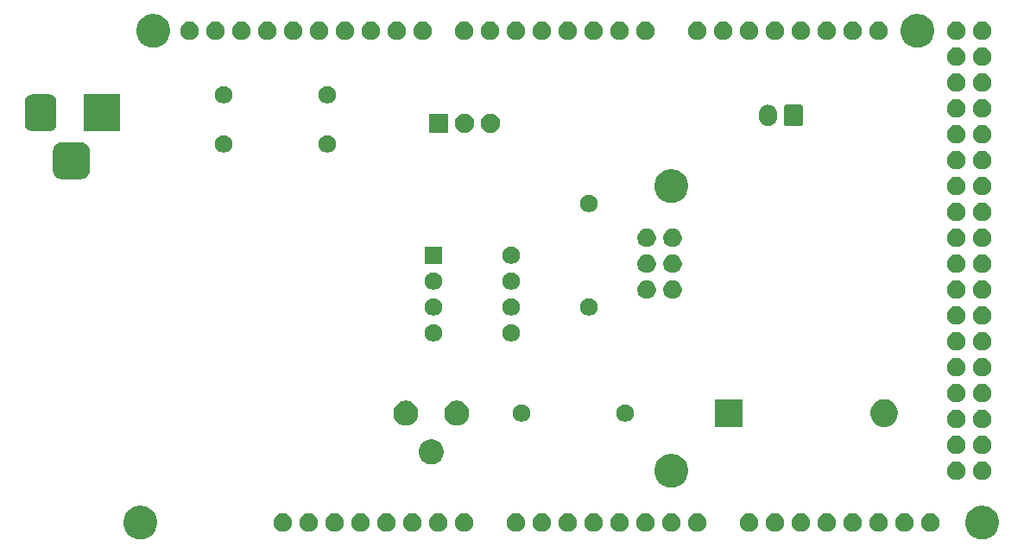
<source format=gbr>
G04 #@! TF.GenerationSoftware,KiCad,Pcbnew,5.1.5-52549c5~84~ubuntu18.04.1*
G04 #@! TF.CreationDate,2020-04-29T15:12:50+01:00*
G04 #@! TF.ProjectId,etl_driver_as_arduino_due_shield,65746c5f-6472-4697-9665-725f61735f61,rev?*
G04 #@! TF.SameCoordinates,Original*
G04 #@! TF.FileFunction,Soldermask,Top*
G04 #@! TF.FilePolarity,Negative*
%FSLAX46Y46*%
G04 Gerber Fmt 4.6, Leading zero omitted, Abs format (unit mm)*
G04 Created by KiCad (PCBNEW 5.1.5-52549c5~84~ubuntu18.04.1) date 2020-04-29 15:12:50*
%MOMM*%
%LPD*%
G04 APERTURE LIST*
%ADD10C,0.100000*%
G04 APERTURE END LIST*
D10*
G36*
X189299257Y-120640299D02*
G01*
X189405580Y-120661448D01*
X189706043Y-120785904D01*
X189976452Y-120966586D01*
X190206416Y-121196550D01*
X190387098Y-121466959D01*
X190387099Y-121466961D01*
X190511554Y-121767423D01*
X190575001Y-122086390D01*
X190575001Y-122411612D01*
X190511554Y-122730579D01*
X190416767Y-122959417D01*
X190387098Y-123031043D01*
X190206416Y-123301452D01*
X189976452Y-123531416D01*
X189706043Y-123712098D01*
X189405580Y-123836554D01*
X189299257Y-123857703D01*
X189086612Y-123900001D01*
X188761390Y-123900001D01*
X188548745Y-123857703D01*
X188442422Y-123836554D01*
X188141959Y-123712098D01*
X187871550Y-123531416D01*
X187641586Y-123301452D01*
X187460904Y-123031043D01*
X187431236Y-122959417D01*
X187336448Y-122730579D01*
X187273001Y-122411612D01*
X187273001Y-122086390D01*
X187336448Y-121767423D01*
X187460903Y-121466961D01*
X187460904Y-121466959D01*
X187641586Y-121196550D01*
X187871550Y-120966586D01*
X188141959Y-120785904D01*
X188442422Y-120661448D01*
X188548745Y-120640299D01*
X188761390Y-120598001D01*
X189086612Y-120598001D01*
X189299257Y-120640299D01*
G37*
G36*
X106749257Y-120640299D02*
G01*
X106855580Y-120661448D01*
X107156043Y-120785904D01*
X107426452Y-120966586D01*
X107656416Y-121196550D01*
X107837098Y-121466959D01*
X107837099Y-121466961D01*
X107961554Y-121767423D01*
X108025001Y-122086390D01*
X108025001Y-122411612D01*
X107961554Y-122730579D01*
X107866767Y-122959417D01*
X107837098Y-123031043D01*
X107656416Y-123301452D01*
X107426452Y-123531416D01*
X107156043Y-123712098D01*
X106855580Y-123836554D01*
X106749257Y-123857703D01*
X106536612Y-123900001D01*
X106211390Y-123900001D01*
X105998745Y-123857703D01*
X105892422Y-123836554D01*
X105591959Y-123712098D01*
X105321550Y-123531416D01*
X105091586Y-123301452D01*
X104910904Y-123031043D01*
X104881236Y-122959417D01*
X104786448Y-122730579D01*
X104723001Y-122411612D01*
X104723001Y-122086390D01*
X104786448Y-121767423D01*
X104910903Y-121466961D01*
X104910904Y-121466959D01*
X105091586Y-121196550D01*
X105321550Y-120966586D01*
X105591959Y-120785904D01*
X105892422Y-120661448D01*
X105998745Y-120640299D01*
X106211390Y-120598001D01*
X106536612Y-120598001D01*
X106749257Y-120640299D01*
G37*
G36*
X156170779Y-121369548D02*
G01*
X156337225Y-121438492D01*
X156487023Y-121538584D01*
X156614418Y-121665979D01*
X156714510Y-121815777D01*
X156783454Y-121982223D01*
X156818601Y-122158919D01*
X156818601Y-122339083D01*
X156783454Y-122515779D01*
X156714510Y-122682225D01*
X156614418Y-122832023D01*
X156487023Y-122959418D01*
X156337225Y-123059510D01*
X156170779Y-123128454D01*
X155994083Y-123163601D01*
X155813919Y-123163601D01*
X155637223Y-123128454D01*
X155470777Y-123059510D01*
X155320979Y-122959418D01*
X155193584Y-122832023D01*
X155093492Y-122682225D01*
X155024548Y-122515779D01*
X154989401Y-122339083D01*
X154989401Y-122158919D01*
X155024548Y-121982223D01*
X155093492Y-121815777D01*
X155193584Y-121665979D01*
X155320979Y-121538584D01*
X155470777Y-121438492D01*
X155637223Y-121369548D01*
X155813919Y-121334401D01*
X155994083Y-121334401D01*
X156170779Y-121369548D01*
G37*
G36*
X153630779Y-121369548D02*
G01*
X153797225Y-121438492D01*
X153947023Y-121538584D01*
X154074418Y-121665979D01*
X154174510Y-121815777D01*
X154243454Y-121982223D01*
X154278601Y-122158919D01*
X154278601Y-122339083D01*
X154243454Y-122515779D01*
X154174510Y-122682225D01*
X154074418Y-122832023D01*
X153947023Y-122959418D01*
X153797225Y-123059510D01*
X153630779Y-123128454D01*
X153454083Y-123163601D01*
X153273919Y-123163601D01*
X153097223Y-123128454D01*
X152930777Y-123059510D01*
X152780979Y-122959418D01*
X152653584Y-122832023D01*
X152553492Y-122682225D01*
X152484548Y-122515779D01*
X152449401Y-122339083D01*
X152449401Y-122158919D01*
X152484548Y-121982223D01*
X152553492Y-121815777D01*
X152653584Y-121665979D01*
X152780979Y-121538584D01*
X152930777Y-121438492D01*
X153097223Y-121369548D01*
X153273919Y-121334401D01*
X153454083Y-121334401D01*
X153630779Y-121369548D01*
G37*
G36*
X176490779Y-121369548D02*
G01*
X176657225Y-121438492D01*
X176807023Y-121538584D01*
X176934418Y-121665979D01*
X177034510Y-121815777D01*
X177103454Y-121982223D01*
X177138601Y-122158919D01*
X177138601Y-122339083D01*
X177103454Y-122515779D01*
X177034510Y-122682225D01*
X176934418Y-122832023D01*
X176807023Y-122959418D01*
X176657225Y-123059510D01*
X176490779Y-123128454D01*
X176314083Y-123163601D01*
X176133919Y-123163601D01*
X175957223Y-123128454D01*
X175790777Y-123059510D01*
X175640979Y-122959418D01*
X175513584Y-122832023D01*
X175413492Y-122682225D01*
X175344548Y-122515779D01*
X175309401Y-122339083D01*
X175309401Y-122158919D01*
X175344548Y-121982223D01*
X175413492Y-121815777D01*
X175513584Y-121665979D01*
X175640979Y-121538584D01*
X175790777Y-121438492D01*
X175957223Y-121369548D01*
X176133919Y-121334401D01*
X176314083Y-121334401D01*
X176490779Y-121369548D01*
G37*
G36*
X173950779Y-121369548D02*
G01*
X174117225Y-121438492D01*
X174267023Y-121538584D01*
X174394418Y-121665979D01*
X174494510Y-121815777D01*
X174563454Y-121982223D01*
X174598601Y-122158919D01*
X174598601Y-122339083D01*
X174563454Y-122515779D01*
X174494510Y-122682225D01*
X174394418Y-122832023D01*
X174267023Y-122959418D01*
X174117225Y-123059510D01*
X173950779Y-123128454D01*
X173774083Y-123163601D01*
X173593919Y-123163601D01*
X173417223Y-123128454D01*
X173250777Y-123059510D01*
X173100979Y-122959418D01*
X172973584Y-122832023D01*
X172873492Y-122682225D01*
X172804548Y-122515779D01*
X172769401Y-122339083D01*
X172769401Y-122158919D01*
X172804548Y-121982223D01*
X172873492Y-121815777D01*
X172973584Y-121665979D01*
X173100979Y-121538584D01*
X173250777Y-121438492D01*
X173417223Y-121369548D01*
X173593919Y-121334401D01*
X173774083Y-121334401D01*
X173950779Y-121369548D01*
G37*
G36*
X171410779Y-121369548D02*
G01*
X171577225Y-121438492D01*
X171727023Y-121538584D01*
X171854418Y-121665979D01*
X171954510Y-121815777D01*
X172023454Y-121982223D01*
X172058601Y-122158919D01*
X172058601Y-122339083D01*
X172023454Y-122515779D01*
X171954510Y-122682225D01*
X171854418Y-122832023D01*
X171727023Y-122959418D01*
X171577225Y-123059510D01*
X171410779Y-123128454D01*
X171234083Y-123163601D01*
X171053919Y-123163601D01*
X170877223Y-123128454D01*
X170710777Y-123059510D01*
X170560979Y-122959418D01*
X170433584Y-122832023D01*
X170333492Y-122682225D01*
X170264548Y-122515779D01*
X170229401Y-122339083D01*
X170229401Y-122158919D01*
X170264548Y-121982223D01*
X170333492Y-121815777D01*
X170433584Y-121665979D01*
X170560979Y-121538584D01*
X170710777Y-121438492D01*
X170877223Y-121369548D01*
X171053919Y-121334401D01*
X171234083Y-121334401D01*
X171410779Y-121369548D01*
G37*
G36*
X179030779Y-121369548D02*
G01*
X179197225Y-121438492D01*
X179347023Y-121538584D01*
X179474418Y-121665979D01*
X179574510Y-121815777D01*
X179643454Y-121982223D01*
X179678601Y-122158919D01*
X179678601Y-122339083D01*
X179643454Y-122515779D01*
X179574510Y-122682225D01*
X179474418Y-122832023D01*
X179347023Y-122959418D01*
X179197225Y-123059510D01*
X179030779Y-123128454D01*
X178854083Y-123163601D01*
X178673919Y-123163601D01*
X178497223Y-123128454D01*
X178330777Y-123059510D01*
X178180979Y-122959418D01*
X178053584Y-122832023D01*
X177953492Y-122682225D01*
X177884548Y-122515779D01*
X177849401Y-122339083D01*
X177849401Y-122158919D01*
X177884548Y-121982223D01*
X177953492Y-121815777D01*
X178053584Y-121665979D01*
X178180979Y-121538584D01*
X178330777Y-121438492D01*
X178497223Y-121369548D01*
X178673919Y-121334401D01*
X178854083Y-121334401D01*
X179030779Y-121369548D01*
G37*
G36*
X168870779Y-121369548D02*
G01*
X169037225Y-121438492D01*
X169187023Y-121538584D01*
X169314418Y-121665979D01*
X169414510Y-121815777D01*
X169483454Y-121982223D01*
X169518601Y-122158919D01*
X169518601Y-122339083D01*
X169483454Y-122515779D01*
X169414510Y-122682225D01*
X169314418Y-122832023D01*
X169187023Y-122959418D01*
X169037225Y-123059510D01*
X168870779Y-123128454D01*
X168694083Y-123163601D01*
X168513919Y-123163601D01*
X168337223Y-123128454D01*
X168170777Y-123059510D01*
X168020979Y-122959418D01*
X167893584Y-122832023D01*
X167793492Y-122682225D01*
X167724548Y-122515779D01*
X167689401Y-122339083D01*
X167689401Y-122158919D01*
X167724548Y-121982223D01*
X167793492Y-121815777D01*
X167893584Y-121665979D01*
X168020979Y-121538584D01*
X168170777Y-121438492D01*
X168337223Y-121369548D01*
X168513919Y-121334401D01*
X168694083Y-121334401D01*
X168870779Y-121369548D01*
G37*
G36*
X166330779Y-121369548D02*
G01*
X166497225Y-121438492D01*
X166647023Y-121538584D01*
X166774418Y-121665979D01*
X166874510Y-121815777D01*
X166943454Y-121982223D01*
X166978601Y-122158919D01*
X166978601Y-122339083D01*
X166943454Y-122515779D01*
X166874510Y-122682225D01*
X166774418Y-122832023D01*
X166647023Y-122959418D01*
X166497225Y-123059510D01*
X166330779Y-123128454D01*
X166154083Y-123163601D01*
X165973919Y-123163601D01*
X165797223Y-123128454D01*
X165630777Y-123059510D01*
X165480979Y-122959418D01*
X165353584Y-122832023D01*
X165253492Y-122682225D01*
X165184548Y-122515779D01*
X165149401Y-122339083D01*
X165149401Y-122158919D01*
X165184548Y-121982223D01*
X165253492Y-121815777D01*
X165353584Y-121665979D01*
X165480979Y-121538584D01*
X165630777Y-121438492D01*
X165797223Y-121369548D01*
X165973919Y-121334401D01*
X166154083Y-121334401D01*
X166330779Y-121369548D01*
G37*
G36*
X161250779Y-121369548D02*
G01*
X161417225Y-121438492D01*
X161567023Y-121538584D01*
X161694418Y-121665979D01*
X161794510Y-121815777D01*
X161863454Y-121982223D01*
X161898601Y-122158919D01*
X161898601Y-122339083D01*
X161863454Y-122515779D01*
X161794510Y-122682225D01*
X161694418Y-122832023D01*
X161567023Y-122959418D01*
X161417225Y-123059510D01*
X161250779Y-123128454D01*
X161074083Y-123163601D01*
X160893919Y-123163601D01*
X160717223Y-123128454D01*
X160550777Y-123059510D01*
X160400979Y-122959418D01*
X160273584Y-122832023D01*
X160173492Y-122682225D01*
X160104548Y-122515779D01*
X160069401Y-122339083D01*
X160069401Y-122158919D01*
X160104548Y-121982223D01*
X160173492Y-121815777D01*
X160273584Y-121665979D01*
X160400979Y-121538584D01*
X160550777Y-121438492D01*
X160717223Y-121369548D01*
X160893919Y-121334401D01*
X161074083Y-121334401D01*
X161250779Y-121369548D01*
G37*
G36*
X158710779Y-121369548D02*
G01*
X158877225Y-121438492D01*
X159027023Y-121538584D01*
X159154418Y-121665979D01*
X159254510Y-121815777D01*
X159323454Y-121982223D01*
X159358601Y-122158919D01*
X159358601Y-122339083D01*
X159323454Y-122515779D01*
X159254510Y-122682225D01*
X159154418Y-122832023D01*
X159027023Y-122959418D01*
X158877225Y-123059510D01*
X158710779Y-123128454D01*
X158534083Y-123163601D01*
X158353919Y-123163601D01*
X158177223Y-123128454D01*
X158010777Y-123059510D01*
X157860979Y-122959418D01*
X157733584Y-122832023D01*
X157633492Y-122682225D01*
X157564548Y-122515779D01*
X157529401Y-122339083D01*
X157529401Y-122158919D01*
X157564548Y-121982223D01*
X157633492Y-121815777D01*
X157733584Y-121665979D01*
X157860979Y-121538584D01*
X158010777Y-121438492D01*
X158177223Y-121369548D01*
X158353919Y-121334401D01*
X158534083Y-121334401D01*
X158710779Y-121369548D01*
G37*
G36*
X135850779Y-121369548D02*
G01*
X136017225Y-121438492D01*
X136167023Y-121538584D01*
X136294418Y-121665979D01*
X136394510Y-121815777D01*
X136463454Y-121982223D01*
X136498601Y-122158919D01*
X136498601Y-122339083D01*
X136463454Y-122515779D01*
X136394510Y-122682225D01*
X136294418Y-122832023D01*
X136167023Y-122959418D01*
X136017225Y-123059510D01*
X135850779Y-123128454D01*
X135674083Y-123163601D01*
X135493919Y-123163601D01*
X135317223Y-123128454D01*
X135150777Y-123059510D01*
X135000979Y-122959418D01*
X134873584Y-122832023D01*
X134773492Y-122682225D01*
X134704548Y-122515779D01*
X134669401Y-122339083D01*
X134669401Y-122158919D01*
X134704548Y-121982223D01*
X134773492Y-121815777D01*
X134873584Y-121665979D01*
X135000979Y-121538584D01*
X135150777Y-121438492D01*
X135317223Y-121369548D01*
X135493919Y-121334401D01*
X135674083Y-121334401D01*
X135850779Y-121369548D01*
G37*
G36*
X151090779Y-121369548D02*
G01*
X151257225Y-121438492D01*
X151407023Y-121538584D01*
X151534418Y-121665979D01*
X151634510Y-121815777D01*
X151703454Y-121982223D01*
X151738601Y-122158919D01*
X151738601Y-122339083D01*
X151703454Y-122515779D01*
X151634510Y-122682225D01*
X151534418Y-122832023D01*
X151407023Y-122959418D01*
X151257225Y-123059510D01*
X151090779Y-123128454D01*
X150914083Y-123163601D01*
X150733919Y-123163601D01*
X150557223Y-123128454D01*
X150390777Y-123059510D01*
X150240979Y-122959418D01*
X150113584Y-122832023D01*
X150013492Y-122682225D01*
X149944548Y-122515779D01*
X149909401Y-122339083D01*
X149909401Y-122158919D01*
X149944548Y-121982223D01*
X150013492Y-121815777D01*
X150113584Y-121665979D01*
X150240979Y-121538584D01*
X150390777Y-121438492D01*
X150557223Y-121369548D01*
X150733919Y-121334401D01*
X150914083Y-121334401D01*
X151090779Y-121369548D01*
G37*
G36*
X130770779Y-121369548D02*
G01*
X130937225Y-121438492D01*
X131087023Y-121538584D01*
X131214418Y-121665979D01*
X131314510Y-121815777D01*
X131383454Y-121982223D01*
X131418601Y-122158919D01*
X131418601Y-122339083D01*
X131383454Y-122515779D01*
X131314510Y-122682225D01*
X131214418Y-122832023D01*
X131087023Y-122959418D01*
X130937225Y-123059510D01*
X130770779Y-123128454D01*
X130594083Y-123163601D01*
X130413919Y-123163601D01*
X130237223Y-123128454D01*
X130070777Y-123059510D01*
X129920979Y-122959418D01*
X129793584Y-122832023D01*
X129693492Y-122682225D01*
X129624548Y-122515779D01*
X129589401Y-122339083D01*
X129589401Y-122158919D01*
X129624548Y-121982223D01*
X129693492Y-121815777D01*
X129793584Y-121665979D01*
X129920979Y-121538584D01*
X130070777Y-121438492D01*
X130237223Y-121369548D01*
X130413919Y-121334401D01*
X130594083Y-121334401D01*
X130770779Y-121369548D01*
G37*
G36*
X143470779Y-121369548D02*
G01*
X143637225Y-121438492D01*
X143787023Y-121538584D01*
X143914418Y-121665979D01*
X144014510Y-121815777D01*
X144083454Y-121982223D01*
X144118601Y-122158919D01*
X144118601Y-122339083D01*
X144083454Y-122515779D01*
X144014510Y-122682225D01*
X143914418Y-122832023D01*
X143787023Y-122959418D01*
X143637225Y-123059510D01*
X143470779Y-123128454D01*
X143294083Y-123163601D01*
X143113919Y-123163601D01*
X142937223Y-123128454D01*
X142770777Y-123059510D01*
X142620979Y-122959418D01*
X142493584Y-122832023D01*
X142393492Y-122682225D01*
X142324548Y-122515779D01*
X142289401Y-122339083D01*
X142289401Y-122158919D01*
X142324548Y-121982223D01*
X142393492Y-121815777D01*
X142493584Y-121665979D01*
X142620979Y-121538584D01*
X142770777Y-121438492D01*
X142937223Y-121369548D01*
X143113919Y-121334401D01*
X143294083Y-121334401D01*
X143470779Y-121369548D01*
G37*
G36*
X138390779Y-121369548D02*
G01*
X138557225Y-121438492D01*
X138707023Y-121538584D01*
X138834418Y-121665979D01*
X138934510Y-121815777D01*
X139003454Y-121982223D01*
X139038601Y-122158919D01*
X139038601Y-122339083D01*
X139003454Y-122515779D01*
X138934510Y-122682225D01*
X138834418Y-122832023D01*
X138707023Y-122959418D01*
X138557225Y-123059510D01*
X138390779Y-123128454D01*
X138214083Y-123163601D01*
X138033919Y-123163601D01*
X137857223Y-123128454D01*
X137690777Y-123059510D01*
X137540979Y-122959418D01*
X137413584Y-122832023D01*
X137313492Y-122682225D01*
X137244548Y-122515779D01*
X137209401Y-122339083D01*
X137209401Y-122158919D01*
X137244548Y-121982223D01*
X137313492Y-121815777D01*
X137413584Y-121665979D01*
X137540979Y-121538584D01*
X137690777Y-121438492D01*
X137857223Y-121369548D01*
X138033919Y-121334401D01*
X138214083Y-121334401D01*
X138390779Y-121369548D01*
G37*
G36*
X133310779Y-121369548D02*
G01*
X133477225Y-121438492D01*
X133627023Y-121538584D01*
X133754418Y-121665979D01*
X133854510Y-121815777D01*
X133923454Y-121982223D01*
X133958601Y-122158919D01*
X133958601Y-122339083D01*
X133923454Y-122515779D01*
X133854510Y-122682225D01*
X133754418Y-122832023D01*
X133627023Y-122959418D01*
X133477225Y-123059510D01*
X133310779Y-123128454D01*
X133134083Y-123163601D01*
X132953919Y-123163601D01*
X132777223Y-123128454D01*
X132610777Y-123059510D01*
X132460979Y-122959418D01*
X132333584Y-122832023D01*
X132233492Y-122682225D01*
X132164548Y-122515779D01*
X132129401Y-122339083D01*
X132129401Y-122158919D01*
X132164548Y-121982223D01*
X132233492Y-121815777D01*
X132333584Y-121665979D01*
X132460979Y-121538584D01*
X132610777Y-121438492D01*
X132777223Y-121369548D01*
X132953919Y-121334401D01*
X133134083Y-121334401D01*
X133310779Y-121369548D01*
G37*
G36*
X148550779Y-121369548D02*
G01*
X148717225Y-121438492D01*
X148867023Y-121538584D01*
X148994418Y-121665979D01*
X149094510Y-121815777D01*
X149163454Y-121982223D01*
X149198601Y-122158919D01*
X149198601Y-122339083D01*
X149163454Y-122515779D01*
X149094510Y-122682225D01*
X148994418Y-122832023D01*
X148867023Y-122959418D01*
X148717225Y-123059510D01*
X148550779Y-123128454D01*
X148374083Y-123163601D01*
X148193919Y-123163601D01*
X148017223Y-123128454D01*
X147850777Y-123059510D01*
X147700979Y-122959418D01*
X147573584Y-122832023D01*
X147473492Y-122682225D01*
X147404548Y-122515779D01*
X147369401Y-122339083D01*
X147369401Y-122158919D01*
X147404548Y-121982223D01*
X147473492Y-121815777D01*
X147573584Y-121665979D01*
X147700979Y-121538584D01*
X147850777Y-121438492D01*
X148017223Y-121369548D01*
X148193919Y-121334401D01*
X148374083Y-121334401D01*
X148550779Y-121369548D01*
G37*
G36*
X128230779Y-121369548D02*
G01*
X128397225Y-121438492D01*
X128547023Y-121538584D01*
X128674418Y-121665979D01*
X128774510Y-121815777D01*
X128843454Y-121982223D01*
X128878601Y-122158919D01*
X128878601Y-122339083D01*
X128843454Y-122515779D01*
X128774510Y-122682225D01*
X128674418Y-122832023D01*
X128547023Y-122959418D01*
X128397225Y-123059510D01*
X128230779Y-123128454D01*
X128054083Y-123163601D01*
X127873919Y-123163601D01*
X127697223Y-123128454D01*
X127530777Y-123059510D01*
X127380979Y-122959418D01*
X127253584Y-122832023D01*
X127153492Y-122682225D01*
X127084548Y-122515779D01*
X127049401Y-122339083D01*
X127049401Y-122158919D01*
X127084548Y-121982223D01*
X127153492Y-121815777D01*
X127253584Y-121665979D01*
X127380979Y-121538584D01*
X127530777Y-121438492D01*
X127697223Y-121369548D01*
X127873919Y-121334401D01*
X128054083Y-121334401D01*
X128230779Y-121369548D01*
G37*
G36*
X125690779Y-121369548D02*
G01*
X125857225Y-121438492D01*
X126007023Y-121538584D01*
X126134418Y-121665979D01*
X126234510Y-121815777D01*
X126303454Y-121982223D01*
X126338601Y-122158919D01*
X126338601Y-122339083D01*
X126303454Y-122515779D01*
X126234510Y-122682225D01*
X126134418Y-122832023D01*
X126007023Y-122959418D01*
X125857225Y-123059510D01*
X125690779Y-123128454D01*
X125514083Y-123163601D01*
X125333919Y-123163601D01*
X125157223Y-123128454D01*
X124990777Y-123059510D01*
X124840979Y-122959418D01*
X124713584Y-122832023D01*
X124613492Y-122682225D01*
X124544548Y-122515779D01*
X124509401Y-122339083D01*
X124509401Y-122158919D01*
X124544548Y-121982223D01*
X124613492Y-121815777D01*
X124713584Y-121665979D01*
X124840979Y-121538584D01*
X124990777Y-121438492D01*
X125157223Y-121369548D01*
X125333919Y-121334401D01*
X125514083Y-121334401D01*
X125690779Y-121369548D01*
G37*
G36*
X123150779Y-121369548D02*
G01*
X123317225Y-121438492D01*
X123467023Y-121538584D01*
X123594418Y-121665979D01*
X123694510Y-121815777D01*
X123763454Y-121982223D01*
X123798601Y-122158919D01*
X123798601Y-122339083D01*
X123763454Y-122515779D01*
X123694510Y-122682225D01*
X123594418Y-122832023D01*
X123467023Y-122959418D01*
X123317225Y-123059510D01*
X123150779Y-123128454D01*
X122974083Y-123163601D01*
X122793919Y-123163601D01*
X122617223Y-123128454D01*
X122450777Y-123059510D01*
X122300979Y-122959418D01*
X122173584Y-122832023D01*
X122073492Y-122682225D01*
X122004548Y-122515779D01*
X121969401Y-122339083D01*
X121969401Y-122158919D01*
X122004548Y-121982223D01*
X122073492Y-121815777D01*
X122173584Y-121665979D01*
X122300979Y-121538584D01*
X122450777Y-121438492D01*
X122617223Y-121369548D01*
X122793919Y-121334401D01*
X122974083Y-121334401D01*
X123150779Y-121369548D01*
G37*
G36*
X184110779Y-121369548D02*
G01*
X184277225Y-121438492D01*
X184427023Y-121538584D01*
X184554418Y-121665979D01*
X184654510Y-121815777D01*
X184723454Y-121982223D01*
X184758601Y-122158919D01*
X184758601Y-122339083D01*
X184723454Y-122515779D01*
X184654510Y-122682225D01*
X184554418Y-122832023D01*
X184427023Y-122959418D01*
X184277225Y-123059510D01*
X184110779Y-123128454D01*
X183934083Y-123163601D01*
X183753919Y-123163601D01*
X183577223Y-123128454D01*
X183410777Y-123059510D01*
X183260979Y-122959418D01*
X183133584Y-122832023D01*
X183033492Y-122682225D01*
X182964548Y-122515779D01*
X182929401Y-122339083D01*
X182929401Y-122158919D01*
X182964548Y-121982223D01*
X183033492Y-121815777D01*
X183133584Y-121665979D01*
X183260979Y-121538584D01*
X183410777Y-121438492D01*
X183577223Y-121369548D01*
X183753919Y-121334401D01*
X183934083Y-121334401D01*
X184110779Y-121369548D01*
G37*
G36*
X181570779Y-121369548D02*
G01*
X181737225Y-121438492D01*
X181887023Y-121538584D01*
X182014418Y-121665979D01*
X182114510Y-121815777D01*
X182183454Y-121982223D01*
X182218601Y-122158919D01*
X182218601Y-122339083D01*
X182183454Y-122515779D01*
X182114510Y-122682225D01*
X182014418Y-122832023D01*
X181887023Y-122959418D01*
X181737225Y-123059510D01*
X181570779Y-123128454D01*
X181394083Y-123163601D01*
X181213919Y-123163601D01*
X181037223Y-123128454D01*
X180870777Y-123059510D01*
X180720979Y-122959418D01*
X180593584Y-122832023D01*
X180493492Y-122682225D01*
X180424548Y-122515779D01*
X180389401Y-122339083D01*
X180389401Y-122158919D01*
X180424548Y-121982223D01*
X180493492Y-121815777D01*
X180593584Y-121665979D01*
X180720979Y-121538584D01*
X180870777Y-121438492D01*
X181037223Y-121369548D01*
X181213919Y-121334401D01*
X181394083Y-121334401D01*
X181570779Y-121369548D01*
G37*
G36*
X120610779Y-121369548D02*
G01*
X120777225Y-121438492D01*
X120927023Y-121538584D01*
X121054418Y-121665979D01*
X121154510Y-121815777D01*
X121223454Y-121982223D01*
X121258601Y-122158919D01*
X121258601Y-122339083D01*
X121223454Y-122515779D01*
X121154510Y-122682225D01*
X121054418Y-122832023D01*
X120927023Y-122959418D01*
X120777225Y-123059510D01*
X120610779Y-123128454D01*
X120434083Y-123163601D01*
X120253919Y-123163601D01*
X120077223Y-123128454D01*
X119910777Y-123059510D01*
X119760979Y-122959418D01*
X119633584Y-122832023D01*
X119533492Y-122682225D01*
X119464548Y-122515779D01*
X119429401Y-122339083D01*
X119429401Y-122158919D01*
X119464548Y-121982223D01*
X119533492Y-121815777D01*
X119633584Y-121665979D01*
X119760979Y-121538584D01*
X119910777Y-121438492D01*
X120077223Y-121369548D01*
X120253919Y-121334401D01*
X120434083Y-121334401D01*
X120610779Y-121369548D01*
G37*
G36*
X146010779Y-121369548D02*
G01*
X146177225Y-121438492D01*
X146327023Y-121538584D01*
X146454418Y-121665979D01*
X146554510Y-121815777D01*
X146623454Y-121982223D01*
X146658601Y-122158919D01*
X146658601Y-122339083D01*
X146623454Y-122515779D01*
X146554510Y-122682225D01*
X146454418Y-122832023D01*
X146327023Y-122959418D01*
X146177225Y-123059510D01*
X146010779Y-123128454D01*
X145834083Y-123163601D01*
X145653919Y-123163601D01*
X145477223Y-123128454D01*
X145310777Y-123059510D01*
X145160979Y-122959418D01*
X145033584Y-122832023D01*
X144933492Y-122682225D01*
X144864548Y-122515779D01*
X144829401Y-122339083D01*
X144829401Y-122158919D01*
X144864548Y-121982223D01*
X144933492Y-121815777D01*
X145033584Y-121665979D01*
X145160979Y-121538584D01*
X145310777Y-121438492D01*
X145477223Y-121369548D01*
X145653919Y-121334401D01*
X145834083Y-121334401D01*
X146010779Y-121369548D01*
G37*
G36*
X158819257Y-115560299D02*
G01*
X158925580Y-115581448D01*
X159226043Y-115705904D01*
X159496452Y-115886586D01*
X159726416Y-116116550D01*
X159907098Y-116386959D01*
X159907099Y-116386961D01*
X160031554Y-116687423D01*
X160095001Y-117006390D01*
X160095001Y-117331612D01*
X160031554Y-117650579D01*
X159936767Y-117879417D01*
X159907098Y-117951043D01*
X159726416Y-118221452D01*
X159496452Y-118451416D01*
X159226043Y-118632098D01*
X158925580Y-118756554D01*
X158819257Y-118777703D01*
X158606612Y-118820001D01*
X158281390Y-118820001D01*
X158068745Y-118777703D01*
X157962422Y-118756554D01*
X157661959Y-118632098D01*
X157391550Y-118451416D01*
X157161586Y-118221452D01*
X156980904Y-117951043D01*
X156951236Y-117879417D01*
X156856448Y-117650579D01*
X156793001Y-117331612D01*
X156793001Y-117006390D01*
X156856448Y-116687423D01*
X156980903Y-116386961D01*
X156980904Y-116386959D01*
X157161586Y-116116550D01*
X157391550Y-115886586D01*
X157661959Y-115705904D01*
X157962422Y-115581448D01*
X158068745Y-115560299D01*
X158281390Y-115518001D01*
X158606612Y-115518001D01*
X158819257Y-115560299D01*
G37*
G36*
X189190779Y-116289548D02*
G01*
X189357225Y-116358492D01*
X189507023Y-116458584D01*
X189634418Y-116585979D01*
X189734510Y-116735777D01*
X189803454Y-116902223D01*
X189838601Y-117078919D01*
X189838601Y-117259083D01*
X189803454Y-117435779D01*
X189734510Y-117602225D01*
X189634418Y-117752023D01*
X189507023Y-117879418D01*
X189357225Y-117979510D01*
X189190779Y-118048454D01*
X189014083Y-118083601D01*
X188833919Y-118083601D01*
X188657223Y-118048454D01*
X188490777Y-117979510D01*
X188340979Y-117879418D01*
X188213584Y-117752023D01*
X188113492Y-117602225D01*
X188044548Y-117435779D01*
X188009401Y-117259083D01*
X188009401Y-117078919D01*
X188044548Y-116902223D01*
X188113492Y-116735777D01*
X188213584Y-116585979D01*
X188340979Y-116458584D01*
X188490777Y-116358492D01*
X188657223Y-116289548D01*
X188833919Y-116254401D01*
X189014083Y-116254401D01*
X189190779Y-116289548D01*
G37*
G36*
X186650779Y-116289548D02*
G01*
X186817225Y-116358492D01*
X186967023Y-116458584D01*
X187094418Y-116585979D01*
X187194510Y-116735777D01*
X187263454Y-116902223D01*
X187298601Y-117078919D01*
X187298601Y-117259083D01*
X187263454Y-117435779D01*
X187194510Y-117602225D01*
X187094418Y-117752023D01*
X186967023Y-117879418D01*
X186817225Y-117979510D01*
X186650779Y-118048454D01*
X186474083Y-118083601D01*
X186293919Y-118083601D01*
X186117223Y-118048454D01*
X185950777Y-117979510D01*
X185800979Y-117879418D01*
X185673584Y-117752023D01*
X185573492Y-117602225D01*
X185504548Y-117435779D01*
X185469401Y-117259083D01*
X185469401Y-117078919D01*
X185504548Y-116902223D01*
X185573492Y-116735777D01*
X185673584Y-116585979D01*
X185800979Y-116458584D01*
X185950777Y-116358492D01*
X186117223Y-116289548D01*
X186293919Y-116254401D01*
X186474083Y-116254401D01*
X186650779Y-116289548D01*
G37*
G36*
X135270153Y-114131922D02*
G01*
X135362194Y-114170047D01*
X135492359Y-114223963D01*
X135692342Y-114357587D01*
X135862413Y-114527658D01*
X135996037Y-114727641D01*
X136049953Y-114857806D01*
X136088078Y-114949847D01*
X136135000Y-115185742D01*
X136135000Y-115426258D01*
X136088078Y-115662153D01*
X136049953Y-115754194D01*
X135996037Y-115884359D01*
X135862413Y-116084342D01*
X135692342Y-116254413D01*
X135492359Y-116388037D01*
X135362194Y-116441953D01*
X135270153Y-116480078D01*
X135034259Y-116527000D01*
X134793741Y-116527000D01*
X134557847Y-116480078D01*
X134465806Y-116441953D01*
X134335641Y-116388037D01*
X134135658Y-116254413D01*
X133965587Y-116084342D01*
X133831963Y-115884359D01*
X133778047Y-115754194D01*
X133739922Y-115662153D01*
X133693000Y-115426258D01*
X133693000Y-115185742D01*
X133739922Y-114949847D01*
X133778047Y-114857806D01*
X133831963Y-114727641D01*
X133965587Y-114527658D01*
X134135658Y-114357587D01*
X134335641Y-114223963D01*
X134465806Y-114170047D01*
X134557847Y-114131922D01*
X134793741Y-114085000D01*
X135034259Y-114085000D01*
X135270153Y-114131922D01*
G37*
G36*
X189190779Y-113749548D02*
G01*
X189357225Y-113818492D01*
X189507023Y-113918584D01*
X189634418Y-114045979D01*
X189734510Y-114195777D01*
X189803454Y-114362223D01*
X189838601Y-114538919D01*
X189838601Y-114719083D01*
X189803454Y-114895779D01*
X189734510Y-115062225D01*
X189634418Y-115212023D01*
X189507023Y-115339418D01*
X189357225Y-115439510D01*
X189190779Y-115508454D01*
X189014083Y-115543601D01*
X188833919Y-115543601D01*
X188657223Y-115508454D01*
X188490777Y-115439510D01*
X188340979Y-115339418D01*
X188213584Y-115212023D01*
X188113492Y-115062225D01*
X188044548Y-114895779D01*
X188009401Y-114719083D01*
X188009401Y-114538919D01*
X188044548Y-114362223D01*
X188113492Y-114195777D01*
X188213584Y-114045979D01*
X188340979Y-113918584D01*
X188490777Y-113818492D01*
X188657223Y-113749548D01*
X188833919Y-113714401D01*
X189014083Y-113714401D01*
X189190779Y-113749548D01*
G37*
G36*
X186650779Y-113749548D02*
G01*
X186817225Y-113818492D01*
X186967023Y-113918584D01*
X187094418Y-114045979D01*
X187194510Y-114195777D01*
X187263454Y-114362223D01*
X187298601Y-114538919D01*
X187298601Y-114719083D01*
X187263454Y-114895779D01*
X187194510Y-115062225D01*
X187094418Y-115212023D01*
X186967023Y-115339418D01*
X186817225Y-115439510D01*
X186650779Y-115508454D01*
X186474083Y-115543601D01*
X186293919Y-115543601D01*
X186117223Y-115508454D01*
X185950777Y-115439510D01*
X185800979Y-115339418D01*
X185673584Y-115212023D01*
X185573492Y-115062225D01*
X185504548Y-114895779D01*
X185469401Y-114719083D01*
X185469401Y-114538919D01*
X185504548Y-114362223D01*
X185573492Y-114195777D01*
X185673584Y-114045979D01*
X185800979Y-113918584D01*
X185950777Y-113818492D01*
X186117223Y-113749548D01*
X186293919Y-113714401D01*
X186474083Y-113714401D01*
X186650779Y-113749548D01*
G37*
G36*
X186650779Y-111209548D02*
G01*
X186817225Y-111278492D01*
X186967023Y-111378584D01*
X187094418Y-111505979D01*
X187194510Y-111655777D01*
X187263454Y-111822223D01*
X187298601Y-111998919D01*
X187298601Y-112179083D01*
X187263454Y-112355779D01*
X187194510Y-112522225D01*
X187094418Y-112672023D01*
X186967023Y-112799418D01*
X186817225Y-112899510D01*
X186650779Y-112968454D01*
X186474083Y-113003601D01*
X186293919Y-113003601D01*
X186117223Y-112968454D01*
X185950777Y-112899510D01*
X185800979Y-112799418D01*
X185673584Y-112672023D01*
X185573492Y-112522225D01*
X185504548Y-112355779D01*
X185469401Y-112179083D01*
X185469401Y-111998919D01*
X185504548Y-111822223D01*
X185573492Y-111655777D01*
X185673584Y-111505979D01*
X185800979Y-111378584D01*
X185950777Y-111278492D01*
X186117223Y-111209548D01*
X186293919Y-111174401D01*
X186474083Y-111174401D01*
X186650779Y-111209548D01*
G37*
G36*
X189190779Y-111209548D02*
G01*
X189357225Y-111278492D01*
X189507023Y-111378584D01*
X189634418Y-111505979D01*
X189734510Y-111655777D01*
X189803454Y-111822223D01*
X189838601Y-111998919D01*
X189838601Y-112179083D01*
X189803454Y-112355779D01*
X189734510Y-112522225D01*
X189634418Y-112672023D01*
X189507023Y-112799418D01*
X189357225Y-112899510D01*
X189190779Y-112968454D01*
X189014083Y-113003601D01*
X188833919Y-113003601D01*
X188657223Y-112968454D01*
X188490777Y-112899510D01*
X188340979Y-112799418D01*
X188213584Y-112672023D01*
X188113492Y-112522225D01*
X188044548Y-112355779D01*
X188009401Y-112179083D01*
X188009401Y-111998919D01*
X188044548Y-111822223D01*
X188113492Y-111655777D01*
X188213584Y-111505979D01*
X188340979Y-111378584D01*
X188490777Y-111278492D01*
X188657223Y-111209548D01*
X188833919Y-111174401D01*
X189014083Y-111174401D01*
X189190779Y-111209548D01*
G37*
G36*
X179718072Y-110206918D02*
G01*
X179906580Y-110285000D01*
X179963939Y-110308759D01*
X180039891Y-110359509D01*
X180185211Y-110456609D01*
X180373391Y-110644789D01*
X180521242Y-110866063D01*
X180623082Y-111111928D01*
X180675000Y-111372937D01*
X180675000Y-111639063D01*
X180623082Y-111900072D01*
X180619343Y-111909100D01*
X180521241Y-112145939D01*
X180446813Y-112257328D01*
X180380214Y-112357000D01*
X180373390Y-112367212D01*
X180185212Y-112555390D01*
X179963939Y-112703241D01*
X179963938Y-112703242D01*
X179963937Y-112703242D01*
X179718072Y-112805082D01*
X179457063Y-112857000D01*
X179190937Y-112857000D01*
X178929928Y-112805082D01*
X178684063Y-112703242D01*
X178684062Y-112703242D01*
X178684061Y-112703241D01*
X178462788Y-112555390D01*
X178274610Y-112367212D01*
X178267787Y-112357000D01*
X178201187Y-112257328D01*
X178126759Y-112145939D01*
X178028658Y-111909100D01*
X178024918Y-111900072D01*
X177973000Y-111639063D01*
X177973000Y-111372937D01*
X178024918Y-111111928D01*
X178126758Y-110866063D01*
X178274609Y-110644789D01*
X178462789Y-110456609D01*
X178608109Y-110359509D01*
X178684061Y-110308759D01*
X178741421Y-110285000D01*
X178929928Y-110206918D01*
X179190937Y-110155000D01*
X179457063Y-110155000D01*
X179718072Y-110206918D01*
G37*
G36*
X165435000Y-112857000D02*
G01*
X162733000Y-112857000D01*
X162733000Y-110155000D01*
X165435000Y-110155000D01*
X165435000Y-112857000D01*
G37*
G36*
X137770153Y-110331922D02*
G01*
X137862194Y-110370047D01*
X137992359Y-110423963D01*
X138192342Y-110557587D01*
X138362413Y-110727658D01*
X138496037Y-110927641D01*
X138588078Y-111149848D01*
X138635000Y-111385741D01*
X138635000Y-111626259D01*
X138588078Y-111862152D01*
X138496037Y-112084359D01*
X138362413Y-112284342D01*
X138192342Y-112454413D01*
X137992359Y-112588037D01*
X137862194Y-112641953D01*
X137770153Y-112680078D01*
X137653704Y-112703241D01*
X137534259Y-112727000D01*
X137293741Y-112727000D01*
X137174296Y-112703241D01*
X137057847Y-112680078D01*
X136965806Y-112641953D01*
X136835641Y-112588037D01*
X136635658Y-112454413D01*
X136465587Y-112284342D01*
X136331963Y-112084359D01*
X136239922Y-111862152D01*
X136193000Y-111626259D01*
X136193000Y-111385741D01*
X136239922Y-111149848D01*
X136331963Y-110927641D01*
X136465587Y-110727658D01*
X136635658Y-110557587D01*
X136835641Y-110423963D01*
X136965806Y-110370047D01*
X137057847Y-110331922D01*
X137293741Y-110285000D01*
X137534259Y-110285000D01*
X137770153Y-110331922D01*
G37*
G36*
X132770153Y-110331922D02*
G01*
X132862194Y-110370047D01*
X132992359Y-110423963D01*
X133192342Y-110557587D01*
X133362413Y-110727658D01*
X133496037Y-110927641D01*
X133588078Y-111149848D01*
X133635000Y-111385741D01*
X133635000Y-111626259D01*
X133588078Y-111862152D01*
X133496037Y-112084359D01*
X133362413Y-112284342D01*
X133192342Y-112454413D01*
X132992359Y-112588037D01*
X132862194Y-112641953D01*
X132770153Y-112680078D01*
X132653704Y-112703241D01*
X132534259Y-112727000D01*
X132293741Y-112727000D01*
X132174296Y-112703241D01*
X132057847Y-112680078D01*
X131965806Y-112641953D01*
X131835641Y-112588037D01*
X131635658Y-112454413D01*
X131465587Y-112284342D01*
X131331963Y-112084359D01*
X131239922Y-111862152D01*
X131193000Y-111626259D01*
X131193000Y-111385741D01*
X131239922Y-111149848D01*
X131331963Y-110927641D01*
X131465587Y-110727658D01*
X131635658Y-110557587D01*
X131835641Y-110423963D01*
X131965806Y-110370047D01*
X132057847Y-110331922D01*
X132293741Y-110285000D01*
X132534259Y-110285000D01*
X132770153Y-110331922D01*
G37*
G36*
X154172228Y-110687703D02*
G01*
X154327100Y-110751853D01*
X154466481Y-110844985D01*
X154585015Y-110963519D01*
X154678147Y-111102900D01*
X154742297Y-111257772D01*
X154775000Y-111422184D01*
X154775000Y-111589816D01*
X154742297Y-111754228D01*
X154678147Y-111909100D01*
X154585015Y-112048481D01*
X154466481Y-112167015D01*
X154327100Y-112260147D01*
X154172228Y-112324297D01*
X154007816Y-112357000D01*
X153840184Y-112357000D01*
X153675772Y-112324297D01*
X153520900Y-112260147D01*
X153381519Y-112167015D01*
X153262985Y-112048481D01*
X153169853Y-111909100D01*
X153105703Y-111754228D01*
X153073000Y-111589816D01*
X153073000Y-111422184D01*
X153105703Y-111257772D01*
X153169853Y-111102900D01*
X153262985Y-110963519D01*
X153381519Y-110844985D01*
X153520900Y-110751853D01*
X153675772Y-110687703D01*
X153840184Y-110655000D01*
X154007816Y-110655000D01*
X154172228Y-110687703D01*
G37*
G36*
X144012228Y-110687703D02*
G01*
X144167100Y-110751853D01*
X144306481Y-110844985D01*
X144425015Y-110963519D01*
X144518147Y-111102900D01*
X144582297Y-111257772D01*
X144615000Y-111422184D01*
X144615000Y-111589816D01*
X144582297Y-111754228D01*
X144518147Y-111909100D01*
X144425015Y-112048481D01*
X144306481Y-112167015D01*
X144167100Y-112260147D01*
X144012228Y-112324297D01*
X143847816Y-112357000D01*
X143680184Y-112357000D01*
X143515772Y-112324297D01*
X143360900Y-112260147D01*
X143221519Y-112167015D01*
X143102985Y-112048481D01*
X143009853Y-111909100D01*
X142945703Y-111754228D01*
X142913000Y-111589816D01*
X142913000Y-111422184D01*
X142945703Y-111257772D01*
X143009853Y-111102900D01*
X143102985Y-110963519D01*
X143221519Y-110844985D01*
X143360900Y-110751853D01*
X143515772Y-110687703D01*
X143680184Y-110655000D01*
X143847816Y-110655000D01*
X144012228Y-110687703D01*
G37*
G36*
X186650779Y-108669548D02*
G01*
X186817225Y-108738492D01*
X186967023Y-108838584D01*
X187094418Y-108965979D01*
X187194510Y-109115777D01*
X187263454Y-109282223D01*
X187298601Y-109458919D01*
X187298601Y-109639083D01*
X187263454Y-109815779D01*
X187194510Y-109982225D01*
X187094418Y-110132023D01*
X186967023Y-110259418D01*
X186817225Y-110359510D01*
X186650779Y-110428454D01*
X186474083Y-110463601D01*
X186293919Y-110463601D01*
X186117223Y-110428454D01*
X185950777Y-110359510D01*
X185800979Y-110259418D01*
X185673584Y-110132023D01*
X185573492Y-109982225D01*
X185504548Y-109815779D01*
X185469401Y-109639083D01*
X185469401Y-109458919D01*
X185504548Y-109282223D01*
X185573492Y-109115777D01*
X185673584Y-108965979D01*
X185800979Y-108838584D01*
X185950777Y-108738492D01*
X186117223Y-108669548D01*
X186293919Y-108634401D01*
X186474083Y-108634401D01*
X186650779Y-108669548D01*
G37*
G36*
X189190779Y-108669548D02*
G01*
X189357225Y-108738492D01*
X189507023Y-108838584D01*
X189634418Y-108965979D01*
X189734510Y-109115777D01*
X189803454Y-109282223D01*
X189838601Y-109458919D01*
X189838601Y-109639083D01*
X189803454Y-109815779D01*
X189734510Y-109982225D01*
X189634418Y-110132023D01*
X189507023Y-110259418D01*
X189357225Y-110359510D01*
X189190779Y-110428454D01*
X189014083Y-110463601D01*
X188833919Y-110463601D01*
X188657223Y-110428454D01*
X188490777Y-110359510D01*
X188340979Y-110259418D01*
X188213584Y-110132023D01*
X188113492Y-109982225D01*
X188044548Y-109815779D01*
X188009401Y-109639083D01*
X188009401Y-109458919D01*
X188044548Y-109282223D01*
X188113492Y-109115777D01*
X188213584Y-108965979D01*
X188340979Y-108838584D01*
X188490777Y-108738492D01*
X188657223Y-108669548D01*
X188833919Y-108634401D01*
X189014083Y-108634401D01*
X189190779Y-108669548D01*
G37*
G36*
X186650779Y-106129548D02*
G01*
X186817225Y-106198492D01*
X186967023Y-106298584D01*
X187094418Y-106425979D01*
X187194510Y-106575777D01*
X187263454Y-106742223D01*
X187298601Y-106918919D01*
X187298601Y-107099083D01*
X187263454Y-107275779D01*
X187194510Y-107442225D01*
X187094418Y-107592023D01*
X186967023Y-107719418D01*
X186817225Y-107819510D01*
X186650779Y-107888454D01*
X186474083Y-107923601D01*
X186293919Y-107923601D01*
X186117223Y-107888454D01*
X185950777Y-107819510D01*
X185800979Y-107719418D01*
X185673584Y-107592023D01*
X185573492Y-107442225D01*
X185504548Y-107275779D01*
X185469401Y-107099083D01*
X185469401Y-106918919D01*
X185504548Y-106742223D01*
X185573492Y-106575777D01*
X185673584Y-106425979D01*
X185800979Y-106298584D01*
X185950777Y-106198492D01*
X186117223Y-106129548D01*
X186293919Y-106094401D01*
X186474083Y-106094401D01*
X186650779Y-106129548D01*
G37*
G36*
X189190779Y-106129548D02*
G01*
X189357225Y-106198492D01*
X189507023Y-106298584D01*
X189634418Y-106425979D01*
X189734510Y-106575777D01*
X189803454Y-106742223D01*
X189838601Y-106918919D01*
X189838601Y-107099083D01*
X189803454Y-107275779D01*
X189734510Y-107442225D01*
X189634418Y-107592023D01*
X189507023Y-107719418D01*
X189357225Y-107819510D01*
X189190779Y-107888454D01*
X189014083Y-107923601D01*
X188833919Y-107923601D01*
X188657223Y-107888454D01*
X188490777Y-107819510D01*
X188340979Y-107719418D01*
X188213584Y-107592023D01*
X188113492Y-107442225D01*
X188044548Y-107275779D01*
X188009401Y-107099083D01*
X188009401Y-106918919D01*
X188044548Y-106742223D01*
X188113492Y-106575777D01*
X188213584Y-106425979D01*
X188340979Y-106298584D01*
X188490777Y-106198492D01*
X188657223Y-106129548D01*
X188833919Y-106094401D01*
X189014083Y-106094401D01*
X189190779Y-106129548D01*
G37*
G36*
X186650779Y-103589548D02*
G01*
X186817225Y-103658492D01*
X186967023Y-103758584D01*
X187094418Y-103885979D01*
X187194510Y-104035777D01*
X187263454Y-104202223D01*
X187298601Y-104378919D01*
X187298601Y-104559083D01*
X187263454Y-104735779D01*
X187194510Y-104902225D01*
X187094418Y-105052023D01*
X186967023Y-105179418D01*
X186817225Y-105279510D01*
X186650779Y-105348454D01*
X186474083Y-105383601D01*
X186293919Y-105383601D01*
X186117223Y-105348454D01*
X185950777Y-105279510D01*
X185800979Y-105179418D01*
X185673584Y-105052023D01*
X185573492Y-104902225D01*
X185504548Y-104735779D01*
X185469401Y-104559083D01*
X185469401Y-104378919D01*
X185504548Y-104202223D01*
X185573492Y-104035777D01*
X185673584Y-103885979D01*
X185800979Y-103758584D01*
X185950777Y-103658492D01*
X186117223Y-103589548D01*
X186293919Y-103554401D01*
X186474083Y-103554401D01*
X186650779Y-103589548D01*
G37*
G36*
X189190779Y-103589548D02*
G01*
X189357225Y-103658492D01*
X189507023Y-103758584D01*
X189634418Y-103885979D01*
X189734510Y-104035777D01*
X189803454Y-104202223D01*
X189838601Y-104378919D01*
X189838601Y-104559083D01*
X189803454Y-104735779D01*
X189734510Y-104902225D01*
X189634418Y-105052023D01*
X189507023Y-105179418D01*
X189357225Y-105279510D01*
X189190779Y-105348454D01*
X189014083Y-105383601D01*
X188833919Y-105383601D01*
X188657223Y-105348454D01*
X188490777Y-105279510D01*
X188340979Y-105179418D01*
X188213584Y-105052023D01*
X188113492Y-104902225D01*
X188044548Y-104735779D01*
X188009401Y-104559083D01*
X188009401Y-104378919D01*
X188044548Y-104202223D01*
X188113492Y-104035777D01*
X188213584Y-103885979D01*
X188340979Y-103758584D01*
X188490777Y-103658492D01*
X188657223Y-103589548D01*
X188833919Y-103554401D01*
X189014083Y-103554401D01*
X189190779Y-103589548D01*
G37*
G36*
X142996228Y-102813703D02*
G01*
X143151100Y-102877853D01*
X143290481Y-102970985D01*
X143409015Y-103089519D01*
X143502147Y-103228900D01*
X143566297Y-103383772D01*
X143599000Y-103548184D01*
X143599000Y-103715816D01*
X143566297Y-103880228D01*
X143502147Y-104035100D01*
X143409015Y-104174481D01*
X143290481Y-104293015D01*
X143151100Y-104386147D01*
X142996228Y-104450297D01*
X142831816Y-104483000D01*
X142664184Y-104483000D01*
X142499772Y-104450297D01*
X142344900Y-104386147D01*
X142205519Y-104293015D01*
X142086985Y-104174481D01*
X141993853Y-104035100D01*
X141929703Y-103880228D01*
X141897000Y-103715816D01*
X141897000Y-103548184D01*
X141929703Y-103383772D01*
X141993853Y-103228900D01*
X142086985Y-103089519D01*
X142205519Y-102970985D01*
X142344900Y-102877853D01*
X142499772Y-102813703D01*
X142664184Y-102781000D01*
X142831816Y-102781000D01*
X142996228Y-102813703D01*
G37*
G36*
X135376228Y-102813703D02*
G01*
X135531100Y-102877853D01*
X135670481Y-102970985D01*
X135789015Y-103089519D01*
X135882147Y-103228900D01*
X135946297Y-103383772D01*
X135979000Y-103548184D01*
X135979000Y-103715816D01*
X135946297Y-103880228D01*
X135882147Y-104035100D01*
X135789015Y-104174481D01*
X135670481Y-104293015D01*
X135531100Y-104386147D01*
X135376228Y-104450297D01*
X135211816Y-104483000D01*
X135044184Y-104483000D01*
X134879772Y-104450297D01*
X134724900Y-104386147D01*
X134585519Y-104293015D01*
X134466985Y-104174481D01*
X134373853Y-104035100D01*
X134309703Y-103880228D01*
X134277000Y-103715816D01*
X134277000Y-103548184D01*
X134309703Y-103383772D01*
X134373853Y-103228900D01*
X134466985Y-103089519D01*
X134585519Y-102970985D01*
X134724900Y-102877853D01*
X134879772Y-102813703D01*
X135044184Y-102781000D01*
X135211816Y-102781000D01*
X135376228Y-102813703D01*
G37*
G36*
X186650779Y-101049548D02*
G01*
X186817225Y-101118492D01*
X186967023Y-101218584D01*
X187094418Y-101345979D01*
X187194510Y-101495777D01*
X187263454Y-101662223D01*
X187298601Y-101838919D01*
X187298601Y-102019083D01*
X187263454Y-102195779D01*
X187194510Y-102362225D01*
X187094418Y-102512023D01*
X186967023Y-102639418D01*
X186817225Y-102739510D01*
X186650779Y-102808454D01*
X186474083Y-102843601D01*
X186293919Y-102843601D01*
X186117223Y-102808454D01*
X185950777Y-102739510D01*
X185800979Y-102639418D01*
X185673584Y-102512023D01*
X185573492Y-102362225D01*
X185504548Y-102195779D01*
X185469401Y-102019083D01*
X185469401Y-101838919D01*
X185504548Y-101662223D01*
X185573492Y-101495777D01*
X185673584Y-101345979D01*
X185800979Y-101218584D01*
X185950777Y-101118492D01*
X186117223Y-101049548D01*
X186293919Y-101014401D01*
X186474083Y-101014401D01*
X186650779Y-101049548D01*
G37*
G36*
X189190779Y-101049548D02*
G01*
X189357225Y-101118492D01*
X189507023Y-101218584D01*
X189634418Y-101345979D01*
X189734510Y-101495777D01*
X189803454Y-101662223D01*
X189838601Y-101838919D01*
X189838601Y-102019083D01*
X189803454Y-102195779D01*
X189734510Y-102362225D01*
X189634418Y-102512023D01*
X189507023Y-102639418D01*
X189357225Y-102739510D01*
X189190779Y-102808454D01*
X189014083Y-102843601D01*
X188833919Y-102843601D01*
X188657223Y-102808454D01*
X188490777Y-102739510D01*
X188340979Y-102639418D01*
X188213584Y-102512023D01*
X188113492Y-102362225D01*
X188044548Y-102195779D01*
X188009401Y-102019083D01*
X188009401Y-101838919D01*
X188044548Y-101662223D01*
X188113492Y-101495777D01*
X188213584Y-101345979D01*
X188340979Y-101218584D01*
X188490777Y-101118492D01*
X188657223Y-101049548D01*
X188833919Y-101014401D01*
X189014083Y-101014401D01*
X189190779Y-101049548D01*
G37*
G36*
X135376228Y-100273703D02*
G01*
X135531100Y-100337853D01*
X135670481Y-100430985D01*
X135789015Y-100549519D01*
X135882147Y-100688900D01*
X135946297Y-100843772D01*
X135979000Y-101008184D01*
X135979000Y-101175816D01*
X135946297Y-101340228D01*
X135882147Y-101495100D01*
X135789015Y-101634481D01*
X135670481Y-101753015D01*
X135531100Y-101846147D01*
X135376228Y-101910297D01*
X135211816Y-101943000D01*
X135044184Y-101943000D01*
X134879772Y-101910297D01*
X134724900Y-101846147D01*
X134585519Y-101753015D01*
X134466985Y-101634481D01*
X134373853Y-101495100D01*
X134309703Y-101340228D01*
X134277000Y-101175816D01*
X134277000Y-101008184D01*
X134309703Y-100843772D01*
X134373853Y-100688900D01*
X134466985Y-100549519D01*
X134585519Y-100430985D01*
X134724900Y-100337853D01*
X134879772Y-100273703D01*
X135044184Y-100241000D01*
X135211816Y-100241000D01*
X135376228Y-100273703D01*
G37*
G36*
X150616228Y-100273703D02*
G01*
X150771100Y-100337853D01*
X150910481Y-100430985D01*
X151029015Y-100549519D01*
X151122147Y-100688900D01*
X151186297Y-100843772D01*
X151219000Y-101008184D01*
X151219000Y-101175816D01*
X151186297Y-101340228D01*
X151122147Y-101495100D01*
X151029015Y-101634481D01*
X150910481Y-101753015D01*
X150771100Y-101846147D01*
X150616228Y-101910297D01*
X150451816Y-101943000D01*
X150284184Y-101943000D01*
X150119772Y-101910297D01*
X149964900Y-101846147D01*
X149825519Y-101753015D01*
X149706985Y-101634481D01*
X149613853Y-101495100D01*
X149549703Y-101340228D01*
X149517000Y-101175816D01*
X149517000Y-101008184D01*
X149549703Y-100843772D01*
X149613853Y-100688900D01*
X149706985Y-100549519D01*
X149825519Y-100430985D01*
X149964900Y-100337853D01*
X150119772Y-100273703D01*
X150284184Y-100241000D01*
X150451816Y-100241000D01*
X150616228Y-100273703D01*
G37*
G36*
X142996228Y-100273703D02*
G01*
X143151100Y-100337853D01*
X143290481Y-100430985D01*
X143409015Y-100549519D01*
X143502147Y-100688900D01*
X143566297Y-100843772D01*
X143599000Y-101008184D01*
X143599000Y-101175816D01*
X143566297Y-101340228D01*
X143502147Y-101495100D01*
X143409015Y-101634481D01*
X143290481Y-101753015D01*
X143151100Y-101846147D01*
X142996228Y-101910297D01*
X142831816Y-101943000D01*
X142664184Y-101943000D01*
X142499772Y-101910297D01*
X142344900Y-101846147D01*
X142205519Y-101753015D01*
X142086985Y-101634481D01*
X141993853Y-101495100D01*
X141929703Y-101340228D01*
X141897000Y-101175816D01*
X141897000Y-101008184D01*
X141929703Y-100843772D01*
X141993853Y-100688900D01*
X142086985Y-100549519D01*
X142205519Y-100430985D01*
X142344900Y-100337853D01*
X142499772Y-100273703D01*
X142664184Y-100241000D01*
X142831816Y-100241000D01*
X142996228Y-100273703D01*
G37*
G36*
X186650779Y-98509548D02*
G01*
X186817225Y-98578492D01*
X186967023Y-98678584D01*
X187094418Y-98805979D01*
X187194510Y-98955777D01*
X187263454Y-99122223D01*
X187298601Y-99298919D01*
X187298601Y-99479083D01*
X187263454Y-99655779D01*
X187194510Y-99822225D01*
X187094418Y-99972023D01*
X186967023Y-100099418D01*
X186817225Y-100199510D01*
X186650779Y-100268454D01*
X186474083Y-100303601D01*
X186293919Y-100303601D01*
X186117223Y-100268454D01*
X185950777Y-100199510D01*
X185800979Y-100099418D01*
X185673584Y-99972023D01*
X185573492Y-99822225D01*
X185504548Y-99655779D01*
X185469401Y-99479083D01*
X185469401Y-99298919D01*
X185504548Y-99122223D01*
X185573492Y-98955777D01*
X185673584Y-98805979D01*
X185800979Y-98678584D01*
X185950777Y-98578492D01*
X186117223Y-98509548D01*
X186293919Y-98474401D01*
X186474083Y-98474401D01*
X186650779Y-98509548D01*
G37*
G36*
X189190779Y-98509548D02*
G01*
X189357225Y-98578492D01*
X189507023Y-98678584D01*
X189634418Y-98805979D01*
X189734510Y-98955777D01*
X189803454Y-99122223D01*
X189838601Y-99298919D01*
X189838601Y-99479083D01*
X189803454Y-99655779D01*
X189734510Y-99822225D01*
X189634418Y-99972023D01*
X189507023Y-100099418D01*
X189357225Y-100199510D01*
X189190779Y-100268454D01*
X189014083Y-100303601D01*
X188833919Y-100303601D01*
X188657223Y-100268454D01*
X188490777Y-100199510D01*
X188340979Y-100099418D01*
X188213584Y-99972023D01*
X188113492Y-99822225D01*
X188044548Y-99655779D01*
X188009401Y-99479083D01*
X188009401Y-99298919D01*
X188044548Y-99122223D01*
X188113492Y-98955777D01*
X188213584Y-98805979D01*
X188340979Y-98678584D01*
X188490777Y-98578492D01*
X188657223Y-98509548D01*
X188833919Y-98474401D01*
X189014083Y-98474401D01*
X189190779Y-98509548D01*
G37*
G36*
X158837779Y-98509548D02*
G01*
X159004225Y-98578492D01*
X159154023Y-98678584D01*
X159281418Y-98805979D01*
X159381510Y-98955777D01*
X159450454Y-99122223D01*
X159485601Y-99298919D01*
X159485601Y-99479083D01*
X159450454Y-99655779D01*
X159381510Y-99822225D01*
X159281418Y-99972023D01*
X159154023Y-100099418D01*
X159004225Y-100199510D01*
X158837779Y-100268454D01*
X158661083Y-100303601D01*
X158480919Y-100303601D01*
X158304223Y-100268454D01*
X158137777Y-100199510D01*
X157987979Y-100099418D01*
X157860584Y-99972023D01*
X157760492Y-99822225D01*
X157691548Y-99655779D01*
X157656401Y-99479083D01*
X157656401Y-99298919D01*
X157691548Y-99122223D01*
X157760492Y-98955777D01*
X157860584Y-98805979D01*
X157987979Y-98678584D01*
X158137777Y-98578492D01*
X158304223Y-98509548D01*
X158480919Y-98474401D01*
X158661083Y-98474401D01*
X158837779Y-98509548D01*
G37*
G36*
X156297779Y-98509548D02*
G01*
X156464225Y-98578492D01*
X156614023Y-98678584D01*
X156741418Y-98805979D01*
X156841510Y-98955777D01*
X156910454Y-99122223D01*
X156945601Y-99298919D01*
X156945601Y-99479083D01*
X156910454Y-99655779D01*
X156841510Y-99822225D01*
X156741418Y-99972023D01*
X156614023Y-100099418D01*
X156464225Y-100199510D01*
X156297779Y-100268454D01*
X156121083Y-100303601D01*
X155940919Y-100303601D01*
X155764223Y-100268454D01*
X155597777Y-100199510D01*
X155447979Y-100099418D01*
X155320584Y-99972023D01*
X155220492Y-99822225D01*
X155151548Y-99655779D01*
X155116401Y-99479083D01*
X155116401Y-99298919D01*
X155151548Y-99122223D01*
X155220492Y-98955777D01*
X155320584Y-98805979D01*
X155447979Y-98678584D01*
X155597777Y-98578492D01*
X155764223Y-98509548D01*
X155940919Y-98474401D01*
X156121083Y-98474401D01*
X156297779Y-98509548D01*
G37*
G36*
X142996228Y-97733703D02*
G01*
X143151100Y-97797853D01*
X143290481Y-97890985D01*
X143409015Y-98009519D01*
X143502147Y-98148900D01*
X143566297Y-98303772D01*
X143599000Y-98468184D01*
X143599000Y-98635816D01*
X143566297Y-98800228D01*
X143502147Y-98955100D01*
X143409015Y-99094481D01*
X143290481Y-99213015D01*
X143151100Y-99306147D01*
X142996228Y-99370297D01*
X142831816Y-99403000D01*
X142664184Y-99403000D01*
X142499772Y-99370297D01*
X142344900Y-99306147D01*
X142205519Y-99213015D01*
X142086985Y-99094481D01*
X141993853Y-98955100D01*
X141929703Y-98800228D01*
X141897000Y-98635816D01*
X141897000Y-98468184D01*
X141929703Y-98303772D01*
X141993853Y-98148900D01*
X142086985Y-98009519D01*
X142205519Y-97890985D01*
X142344900Y-97797853D01*
X142499772Y-97733703D01*
X142664184Y-97701000D01*
X142831816Y-97701000D01*
X142996228Y-97733703D01*
G37*
G36*
X135376228Y-97733703D02*
G01*
X135531100Y-97797853D01*
X135670481Y-97890985D01*
X135789015Y-98009519D01*
X135882147Y-98148900D01*
X135946297Y-98303772D01*
X135979000Y-98468184D01*
X135979000Y-98635816D01*
X135946297Y-98800228D01*
X135882147Y-98955100D01*
X135789015Y-99094481D01*
X135670481Y-99213015D01*
X135531100Y-99306147D01*
X135376228Y-99370297D01*
X135211816Y-99403000D01*
X135044184Y-99403000D01*
X134879772Y-99370297D01*
X134724900Y-99306147D01*
X134585519Y-99213015D01*
X134466985Y-99094481D01*
X134373853Y-98955100D01*
X134309703Y-98800228D01*
X134277000Y-98635816D01*
X134277000Y-98468184D01*
X134309703Y-98303772D01*
X134373853Y-98148900D01*
X134466985Y-98009519D01*
X134585519Y-97890985D01*
X134724900Y-97797853D01*
X134879772Y-97733703D01*
X135044184Y-97701000D01*
X135211816Y-97701000D01*
X135376228Y-97733703D01*
G37*
G36*
X156297779Y-95969548D02*
G01*
X156464225Y-96038492D01*
X156614023Y-96138584D01*
X156741418Y-96265979D01*
X156841510Y-96415777D01*
X156910454Y-96582223D01*
X156945601Y-96758919D01*
X156945601Y-96939083D01*
X156910454Y-97115779D01*
X156841510Y-97282225D01*
X156741418Y-97432023D01*
X156614023Y-97559418D01*
X156464225Y-97659510D01*
X156297779Y-97728454D01*
X156121083Y-97763601D01*
X155940919Y-97763601D01*
X155764223Y-97728454D01*
X155597777Y-97659510D01*
X155447979Y-97559418D01*
X155320584Y-97432023D01*
X155220492Y-97282225D01*
X155151548Y-97115779D01*
X155116401Y-96939083D01*
X155116401Y-96758919D01*
X155151548Y-96582223D01*
X155220492Y-96415777D01*
X155320584Y-96265979D01*
X155447979Y-96138584D01*
X155597777Y-96038492D01*
X155764223Y-95969548D01*
X155940919Y-95934401D01*
X156121083Y-95934401D01*
X156297779Y-95969548D01*
G37*
G36*
X189190779Y-95969548D02*
G01*
X189357225Y-96038492D01*
X189507023Y-96138584D01*
X189634418Y-96265979D01*
X189734510Y-96415777D01*
X189803454Y-96582223D01*
X189838601Y-96758919D01*
X189838601Y-96939083D01*
X189803454Y-97115779D01*
X189734510Y-97282225D01*
X189634418Y-97432023D01*
X189507023Y-97559418D01*
X189357225Y-97659510D01*
X189190779Y-97728454D01*
X189014083Y-97763601D01*
X188833919Y-97763601D01*
X188657223Y-97728454D01*
X188490777Y-97659510D01*
X188340979Y-97559418D01*
X188213584Y-97432023D01*
X188113492Y-97282225D01*
X188044548Y-97115779D01*
X188009401Y-96939083D01*
X188009401Y-96758919D01*
X188044548Y-96582223D01*
X188113492Y-96415777D01*
X188213584Y-96265979D01*
X188340979Y-96138584D01*
X188490777Y-96038492D01*
X188657223Y-95969548D01*
X188833919Y-95934401D01*
X189014083Y-95934401D01*
X189190779Y-95969548D01*
G37*
G36*
X186650779Y-95969548D02*
G01*
X186817225Y-96038492D01*
X186967023Y-96138584D01*
X187094418Y-96265979D01*
X187194510Y-96415777D01*
X187263454Y-96582223D01*
X187298601Y-96758919D01*
X187298601Y-96939083D01*
X187263454Y-97115779D01*
X187194510Y-97282225D01*
X187094418Y-97432023D01*
X186967023Y-97559418D01*
X186817225Y-97659510D01*
X186650779Y-97728454D01*
X186474083Y-97763601D01*
X186293919Y-97763601D01*
X186117223Y-97728454D01*
X185950777Y-97659510D01*
X185800979Y-97559418D01*
X185673584Y-97432023D01*
X185573492Y-97282225D01*
X185504548Y-97115779D01*
X185469401Y-96939083D01*
X185469401Y-96758919D01*
X185504548Y-96582223D01*
X185573492Y-96415777D01*
X185673584Y-96265979D01*
X185800979Y-96138584D01*
X185950777Y-96038492D01*
X186117223Y-95969548D01*
X186293919Y-95934401D01*
X186474083Y-95934401D01*
X186650779Y-95969548D01*
G37*
G36*
X158837779Y-95969548D02*
G01*
X159004225Y-96038492D01*
X159154023Y-96138584D01*
X159281418Y-96265979D01*
X159381510Y-96415777D01*
X159450454Y-96582223D01*
X159485601Y-96758919D01*
X159485601Y-96939083D01*
X159450454Y-97115779D01*
X159381510Y-97282225D01*
X159281418Y-97432023D01*
X159154023Y-97559418D01*
X159004225Y-97659510D01*
X158837779Y-97728454D01*
X158661083Y-97763601D01*
X158480919Y-97763601D01*
X158304223Y-97728454D01*
X158137777Y-97659510D01*
X157987979Y-97559418D01*
X157860584Y-97432023D01*
X157760492Y-97282225D01*
X157691548Y-97115779D01*
X157656401Y-96939083D01*
X157656401Y-96758919D01*
X157691548Y-96582223D01*
X157760492Y-96415777D01*
X157860584Y-96265979D01*
X157987979Y-96138584D01*
X158137777Y-96038492D01*
X158304223Y-95969548D01*
X158480919Y-95934401D01*
X158661083Y-95934401D01*
X158837779Y-95969548D01*
G37*
G36*
X135979000Y-96863000D02*
G01*
X134277000Y-96863000D01*
X134277000Y-95161000D01*
X135979000Y-95161000D01*
X135979000Y-96863000D01*
G37*
G36*
X142996228Y-95193703D02*
G01*
X143151100Y-95257853D01*
X143290481Y-95350985D01*
X143409015Y-95469519D01*
X143502147Y-95608900D01*
X143566297Y-95763772D01*
X143599000Y-95928184D01*
X143599000Y-96095816D01*
X143566297Y-96260228D01*
X143502147Y-96415100D01*
X143409015Y-96554481D01*
X143290481Y-96673015D01*
X143151100Y-96766147D01*
X142996228Y-96830297D01*
X142831816Y-96863000D01*
X142664184Y-96863000D01*
X142499772Y-96830297D01*
X142344900Y-96766147D01*
X142205519Y-96673015D01*
X142086985Y-96554481D01*
X141993853Y-96415100D01*
X141929703Y-96260228D01*
X141897000Y-96095816D01*
X141897000Y-95928184D01*
X141929703Y-95763772D01*
X141993853Y-95608900D01*
X142086985Y-95469519D01*
X142205519Y-95350985D01*
X142344900Y-95257853D01*
X142499772Y-95193703D01*
X142664184Y-95161000D01*
X142831816Y-95161000D01*
X142996228Y-95193703D01*
G37*
G36*
X156297779Y-93429548D02*
G01*
X156464225Y-93498492D01*
X156614023Y-93598584D01*
X156741418Y-93725979D01*
X156841510Y-93875777D01*
X156910454Y-94042223D01*
X156945601Y-94218919D01*
X156945601Y-94399083D01*
X156910454Y-94575779D01*
X156841510Y-94742225D01*
X156741418Y-94892023D01*
X156614023Y-95019418D01*
X156464225Y-95119510D01*
X156297779Y-95188454D01*
X156121083Y-95223601D01*
X155940919Y-95223601D01*
X155764223Y-95188454D01*
X155597777Y-95119510D01*
X155447979Y-95019418D01*
X155320584Y-94892023D01*
X155220492Y-94742225D01*
X155151548Y-94575779D01*
X155116401Y-94399083D01*
X155116401Y-94218919D01*
X155151548Y-94042223D01*
X155220492Y-93875777D01*
X155320584Y-93725979D01*
X155447979Y-93598584D01*
X155597777Y-93498492D01*
X155764223Y-93429548D01*
X155940919Y-93394401D01*
X156121083Y-93394401D01*
X156297779Y-93429548D01*
G37*
G36*
X189190779Y-93429548D02*
G01*
X189357225Y-93498492D01*
X189507023Y-93598584D01*
X189634418Y-93725979D01*
X189734510Y-93875777D01*
X189803454Y-94042223D01*
X189838601Y-94218919D01*
X189838601Y-94399083D01*
X189803454Y-94575779D01*
X189734510Y-94742225D01*
X189634418Y-94892023D01*
X189507023Y-95019418D01*
X189357225Y-95119510D01*
X189190779Y-95188454D01*
X189014083Y-95223601D01*
X188833919Y-95223601D01*
X188657223Y-95188454D01*
X188490777Y-95119510D01*
X188340979Y-95019418D01*
X188213584Y-94892023D01*
X188113492Y-94742225D01*
X188044548Y-94575779D01*
X188009401Y-94399083D01*
X188009401Y-94218919D01*
X188044548Y-94042223D01*
X188113492Y-93875777D01*
X188213584Y-93725979D01*
X188340979Y-93598584D01*
X188490777Y-93498492D01*
X188657223Y-93429548D01*
X188833919Y-93394401D01*
X189014083Y-93394401D01*
X189190779Y-93429548D01*
G37*
G36*
X158837779Y-93429548D02*
G01*
X159004225Y-93498492D01*
X159154023Y-93598584D01*
X159281418Y-93725979D01*
X159381510Y-93875777D01*
X159450454Y-94042223D01*
X159485601Y-94218919D01*
X159485601Y-94399083D01*
X159450454Y-94575779D01*
X159381510Y-94742225D01*
X159281418Y-94892023D01*
X159154023Y-95019418D01*
X159004225Y-95119510D01*
X158837779Y-95188454D01*
X158661083Y-95223601D01*
X158480919Y-95223601D01*
X158304223Y-95188454D01*
X158137777Y-95119510D01*
X157987979Y-95019418D01*
X157860584Y-94892023D01*
X157760492Y-94742225D01*
X157691548Y-94575779D01*
X157656401Y-94399083D01*
X157656401Y-94218919D01*
X157691548Y-94042223D01*
X157760492Y-93875777D01*
X157860584Y-93725979D01*
X157987979Y-93598584D01*
X158137777Y-93498492D01*
X158304223Y-93429548D01*
X158480919Y-93394401D01*
X158661083Y-93394401D01*
X158837779Y-93429548D01*
G37*
G36*
X186650779Y-93429548D02*
G01*
X186817225Y-93498492D01*
X186967023Y-93598584D01*
X187094418Y-93725979D01*
X187194510Y-93875777D01*
X187263454Y-94042223D01*
X187298601Y-94218919D01*
X187298601Y-94399083D01*
X187263454Y-94575779D01*
X187194510Y-94742225D01*
X187094418Y-94892023D01*
X186967023Y-95019418D01*
X186817225Y-95119510D01*
X186650779Y-95188454D01*
X186474083Y-95223601D01*
X186293919Y-95223601D01*
X186117223Y-95188454D01*
X185950777Y-95119510D01*
X185800979Y-95019418D01*
X185673584Y-94892023D01*
X185573492Y-94742225D01*
X185504548Y-94575779D01*
X185469401Y-94399083D01*
X185469401Y-94218919D01*
X185504548Y-94042223D01*
X185573492Y-93875777D01*
X185673584Y-93725979D01*
X185800979Y-93598584D01*
X185950777Y-93498492D01*
X186117223Y-93429548D01*
X186293919Y-93394401D01*
X186474083Y-93394401D01*
X186650779Y-93429548D01*
G37*
G36*
X189190779Y-90889548D02*
G01*
X189357225Y-90958492D01*
X189507023Y-91058584D01*
X189634418Y-91185979D01*
X189734510Y-91335777D01*
X189803454Y-91502223D01*
X189838601Y-91678919D01*
X189838601Y-91859083D01*
X189803454Y-92035779D01*
X189734510Y-92202225D01*
X189634418Y-92352023D01*
X189507023Y-92479418D01*
X189357225Y-92579510D01*
X189190779Y-92648454D01*
X189014083Y-92683601D01*
X188833919Y-92683601D01*
X188657223Y-92648454D01*
X188490777Y-92579510D01*
X188340979Y-92479418D01*
X188213584Y-92352023D01*
X188113492Y-92202225D01*
X188044548Y-92035779D01*
X188009401Y-91859083D01*
X188009401Y-91678919D01*
X188044548Y-91502223D01*
X188113492Y-91335777D01*
X188213584Y-91185979D01*
X188340979Y-91058584D01*
X188490777Y-90958492D01*
X188657223Y-90889548D01*
X188833919Y-90854401D01*
X189014083Y-90854401D01*
X189190779Y-90889548D01*
G37*
G36*
X186650779Y-90889548D02*
G01*
X186817225Y-90958492D01*
X186967023Y-91058584D01*
X187094418Y-91185979D01*
X187194510Y-91335777D01*
X187263454Y-91502223D01*
X187298601Y-91678919D01*
X187298601Y-91859083D01*
X187263454Y-92035779D01*
X187194510Y-92202225D01*
X187094418Y-92352023D01*
X186967023Y-92479418D01*
X186817225Y-92579510D01*
X186650779Y-92648454D01*
X186474083Y-92683601D01*
X186293919Y-92683601D01*
X186117223Y-92648454D01*
X185950777Y-92579510D01*
X185800979Y-92479418D01*
X185673584Y-92352023D01*
X185573492Y-92202225D01*
X185504548Y-92035779D01*
X185469401Y-91859083D01*
X185469401Y-91678919D01*
X185504548Y-91502223D01*
X185573492Y-91335777D01*
X185673584Y-91185979D01*
X185800979Y-91058584D01*
X185950777Y-90958492D01*
X186117223Y-90889548D01*
X186293919Y-90854401D01*
X186474083Y-90854401D01*
X186650779Y-90889548D01*
G37*
G36*
X150616228Y-90113703D02*
G01*
X150771100Y-90177853D01*
X150910481Y-90270985D01*
X151029015Y-90389519D01*
X151122147Y-90528900D01*
X151186297Y-90683772D01*
X151219000Y-90848184D01*
X151219000Y-91015816D01*
X151186297Y-91180228D01*
X151122147Y-91335100D01*
X151029015Y-91474481D01*
X150910481Y-91593015D01*
X150771100Y-91686147D01*
X150616228Y-91750297D01*
X150451816Y-91783000D01*
X150284184Y-91783000D01*
X150119772Y-91750297D01*
X149964900Y-91686147D01*
X149825519Y-91593015D01*
X149706985Y-91474481D01*
X149613853Y-91335100D01*
X149549703Y-91180228D01*
X149517000Y-91015816D01*
X149517000Y-90848184D01*
X149549703Y-90683772D01*
X149613853Y-90528900D01*
X149706985Y-90389519D01*
X149825519Y-90270985D01*
X149964900Y-90177853D01*
X150119772Y-90113703D01*
X150284184Y-90081000D01*
X150451816Y-90081000D01*
X150616228Y-90113703D01*
G37*
G36*
X158819257Y-87620299D02*
G01*
X158925580Y-87641448D01*
X159226043Y-87765904D01*
X159496452Y-87946586D01*
X159726416Y-88176550D01*
X159907098Y-88446959D01*
X159907099Y-88446961D01*
X160031554Y-88747423D01*
X160095001Y-89066390D01*
X160095001Y-89391612D01*
X160031554Y-89710579D01*
X159936767Y-89939417D01*
X159907098Y-90011043D01*
X159726416Y-90281452D01*
X159496452Y-90511416D01*
X159226043Y-90692098D01*
X158925580Y-90816554D01*
X158819257Y-90837703D01*
X158606612Y-90880001D01*
X158281390Y-90880001D01*
X158068745Y-90837703D01*
X157962422Y-90816554D01*
X157661959Y-90692098D01*
X157391550Y-90511416D01*
X157161586Y-90281452D01*
X156980904Y-90011043D01*
X156951236Y-89939417D01*
X156856448Y-89710579D01*
X156793001Y-89391612D01*
X156793001Y-89066390D01*
X156856448Y-88747423D01*
X156980903Y-88446961D01*
X156980904Y-88446959D01*
X157161586Y-88176550D01*
X157391550Y-87946586D01*
X157661959Y-87765904D01*
X157962422Y-87641448D01*
X158068745Y-87620299D01*
X158281390Y-87578001D01*
X158606612Y-87578001D01*
X158819257Y-87620299D01*
G37*
G36*
X189190779Y-88349548D02*
G01*
X189357225Y-88418492D01*
X189507023Y-88518584D01*
X189634418Y-88645979D01*
X189734510Y-88795777D01*
X189803454Y-88962223D01*
X189838601Y-89138919D01*
X189838601Y-89319083D01*
X189803454Y-89495779D01*
X189734510Y-89662225D01*
X189634418Y-89812023D01*
X189507023Y-89939418D01*
X189357225Y-90039510D01*
X189190779Y-90108454D01*
X189014083Y-90143601D01*
X188833919Y-90143601D01*
X188657223Y-90108454D01*
X188490777Y-90039510D01*
X188340979Y-89939418D01*
X188213584Y-89812023D01*
X188113492Y-89662225D01*
X188044548Y-89495779D01*
X188009401Y-89319083D01*
X188009401Y-89138919D01*
X188044548Y-88962223D01*
X188113492Y-88795777D01*
X188213584Y-88645979D01*
X188340979Y-88518584D01*
X188490777Y-88418492D01*
X188657223Y-88349548D01*
X188833919Y-88314401D01*
X189014083Y-88314401D01*
X189190779Y-88349548D01*
G37*
G36*
X186650779Y-88349548D02*
G01*
X186817225Y-88418492D01*
X186967023Y-88518584D01*
X187094418Y-88645979D01*
X187194510Y-88795777D01*
X187263454Y-88962223D01*
X187298601Y-89138919D01*
X187298601Y-89319083D01*
X187263454Y-89495779D01*
X187194510Y-89662225D01*
X187094418Y-89812023D01*
X186967023Y-89939418D01*
X186817225Y-90039510D01*
X186650779Y-90108454D01*
X186474083Y-90143601D01*
X186293919Y-90143601D01*
X186117223Y-90108454D01*
X185950777Y-90039510D01*
X185800979Y-89939418D01*
X185673584Y-89812023D01*
X185573492Y-89662225D01*
X185504548Y-89495779D01*
X185469401Y-89319083D01*
X185469401Y-89138919D01*
X185504548Y-88962223D01*
X185573492Y-88795777D01*
X185673584Y-88645979D01*
X185800979Y-88518584D01*
X185950777Y-88418492D01*
X186117223Y-88349548D01*
X186293919Y-88314401D01*
X186474083Y-88314401D01*
X186650779Y-88349548D01*
G37*
G36*
X100742366Y-84957695D02*
G01*
X100899460Y-85005349D01*
X101044231Y-85082731D01*
X101171128Y-85186872D01*
X101275269Y-85313769D01*
X101352651Y-85458540D01*
X101400305Y-85615634D01*
X101417000Y-85785140D01*
X101417000Y-87698860D01*
X101400305Y-87868366D01*
X101352651Y-88025460D01*
X101275269Y-88170231D01*
X101171128Y-88297128D01*
X101044231Y-88401269D01*
X100899460Y-88478651D01*
X100742366Y-88526305D01*
X100572860Y-88543000D01*
X98659140Y-88543000D01*
X98489634Y-88526305D01*
X98332540Y-88478651D01*
X98187769Y-88401269D01*
X98060872Y-88297128D01*
X97956731Y-88170231D01*
X97879349Y-88025460D01*
X97831695Y-87868366D01*
X97815000Y-87698860D01*
X97815000Y-85785140D01*
X97831695Y-85615634D01*
X97879349Y-85458540D01*
X97956731Y-85313769D01*
X98060872Y-85186872D01*
X98187769Y-85082731D01*
X98332540Y-85005349D01*
X98489634Y-84957695D01*
X98659140Y-84941000D01*
X100572860Y-84941000D01*
X100742366Y-84957695D01*
G37*
G36*
X186650779Y-85809548D02*
G01*
X186817225Y-85878492D01*
X186967023Y-85978584D01*
X187094418Y-86105979D01*
X187194510Y-86255777D01*
X187263454Y-86422223D01*
X187298601Y-86598919D01*
X187298601Y-86779083D01*
X187263454Y-86955779D01*
X187194510Y-87122225D01*
X187094418Y-87272023D01*
X186967023Y-87399418D01*
X186817225Y-87499510D01*
X186650779Y-87568454D01*
X186474083Y-87603601D01*
X186293919Y-87603601D01*
X186117223Y-87568454D01*
X185950777Y-87499510D01*
X185800979Y-87399418D01*
X185673584Y-87272023D01*
X185573492Y-87122225D01*
X185504548Y-86955779D01*
X185469401Y-86779083D01*
X185469401Y-86598919D01*
X185504548Y-86422223D01*
X185573492Y-86255777D01*
X185673584Y-86105979D01*
X185800979Y-85978584D01*
X185950777Y-85878492D01*
X186117223Y-85809548D01*
X186293919Y-85774401D01*
X186474083Y-85774401D01*
X186650779Y-85809548D01*
G37*
G36*
X189190779Y-85809548D02*
G01*
X189357225Y-85878492D01*
X189507023Y-85978584D01*
X189634418Y-86105979D01*
X189734510Y-86255777D01*
X189803454Y-86422223D01*
X189838601Y-86598919D01*
X189838601Y-86779083D01*
X189803454Y-86955779D01*
X189734510Y-87122225D01*
X189634418Y-87272023D01*
X189507023Y-87399418D01*
X189357225Y-87499510D01*
X189190779Y-87568454D01*
X189014083Y-87603601D01*
X188833919Y-87603601D01*
X188657223Y-87568454D01*
X188490777Y-87499510D01*
X188340979Y-87399418D01*
X188213584Y-87272023D01*
X188113492Y-87122225D01*
X188044548Y-86955779D01*
X188009401Y-86779083D01*
X188009401Y-86598919D01*
X188044548Y-86422223D01*
X188113492Y-86255777D01*
X188213584Y-86105979D01*
X188340979Y-85978584D01*
X188490777Y-85878492D01*
X188657223Y-85809548D01*
X188833919Y-85774401D01*
X189014083Y-85774401D01*
X189190779Y-85809548D01*
G37*
G36*
X124962228Y-84271703D02*
G01*
X125117100Y-84335853D01*
X125256481Y-84428985D01*
X125375015Y-84547519D01*
X125468147Y-84686900D01*
X125532297Y-84841772D01*
X125565000Y-85006184D01*
X125565000Y-85173816D01*
X125532297Y-85338228D01*
X125468147Y-85493100D01*
X125375015Y-85632481D01*
X125256481Y-85751015D01*
X125117100Y-85844147D01*
X124962228Y-85908297D01*
X124797816Y-85941000D01*
X124630184Y-85941000D01*
X124465772Y-85908297D01*
X124310900Y-85844147D01*
X124171519Y-85751015D01*
X124052985Y-85632481D01*
X123959853Y-85493100D01*
X123895703Y-85338228D01*
X123863000Y-85173816D01*
X123863000Y-85006184D01*
X123895703Y-84841772D01*
X123959853Y-84686900D01*
X124052985Y-84547519D01*
X124171519Y-84428985D01*
X124310900Y-84335853D01*
X124465772Y-84271703D01*
X124630184Y-84239000D01*
X124797816Y-84239000D01*
X124962228Y-84271703D01*
G37*
G36*
X114802228Y-84271703D02*
G01*
X114957100Y-84335853D01*
X115096481Y-84428985D01*
X115215015Y-84547519D01*
X115308147Y-84686900D01*
X115372297Y-84841772D01*
X115405000Y-85006184D01*
X115405000Y-85173816D01*
X115372297Y-85338228D01*
X115308147Y-85493100D01*
X115215015Y-85632481D01*
X115096481Y-85751015D01*
X114957100Y-85844147D01*
X114802228Y-85908297D01*
X114637816Y-85941000D01*
X114470184Y-85941000D01*
X114305772Y-85908297D01*
X114150900Y-85844147D01*
X114011519Y-85751015D01*
X113892985Y-85632481D01*
X113799853Y-85493100D01*
X113735703Y-85338228D01*
X113703000Y-85173816D01*
X113703000Y-85006184D01*
X113735703Y-84841772D01*
X113799853Y-84686900D01*
X113892985Y-84547519D01*
X114011519Y-84428985D01*
X114150900Y-84335853D01*
X114305772Y-84271703D01*
X114470184Y-84239000D01*
X114637816Y-84239000D01*
X114802228Y-84271703D01*
G37*
G36*
X186650779Y-83269548D02*
G01*
X186817225Y-83338492D01*
X186967023Y-83438584D01*
X187094418Y-83565979D01*
X187194510Y-83715777D01*
X187263454Y-83882223D01*
X187298601Y-84058919D01*
X187298601Y-84239083D01*
X187263454Y-84415779D01*
X187194510Y-84582225D01*
X187094418Y-84732023D01*
X186967023Y-84859418D01*
X186817225Y-84959510D01*
X186650779Y-85028454D01*
X186474083Y-85063601D01*
X186293919Y-85063601D01*
X186117223Y-85028454D01*
X185950777Y-84959510D01*
X185800979Y-84859418D01*
X185673584Y-84732023D01*
X185573492Y-84582225D01*
X185504548Y-84415779D01*
X185469401Y-84239083D01*
X185469401Y-84058919D01*
X185504548Y-83882223D01*
X185573492Y-83715777D01*
X185673584Y-83565979D01*
X185800979Y-83438584D01*
X185950777Y-83338492D01*
X186117223Y-83269548D01*
X186293919Y-83234401D01*
X186474083Y-83234401D01*
X186650779Y-83269548D01*
G37*
G36*
X189190779Y-83269548D02*
G01*
X189357225Y-83338492D01*
X189507023Y-83438584D01*
X189634418Y-83565979D01*
X189734510Y-83715777D01*
X189803454Y-83882223D01*
X189838601Y-84058919D01*
X189838601Y-84239083D01*
X189803454Y-84415779D01*
X189734510Y-84582225D01*
X189634418Y-84732023D01*
X189507023Y-84859418D01*
X189357225Y-84959510D01*
X189190779Y-85028454D01*
X189014083Y-85063601D01*
X188833919Y-85063601D01*
X188657223Y-85028454D01*
X188490777Y-84959510D01*
X188340979Y-84859418D01*
X188213584Y-84732023D01*
X188113492Y-84582225D01*
X188044548Y-84415779D01*
X188009401Y-84239083D01*
X188009401Y-84058919D01*
X188044548Y-83882223D01*
X188113492Y-83715777D01*
X188213584Y-83565979D01*
X188340979Y-83438584D01*
X188490777Y-83338492D01*
X188657223Y-83269548D01*
X188833919Y-83234401D01*
X189014083Y-83234401D01*
X189190779Y-83269548D01*
G37*
G36*
X136587000Y-84009000D02*
G01*
X134685000Y-84009000D01*
X134685000Y-82107000D01*
X136587000Y-82107000D01*
X136587000Y-84009000D01*
G37*
G36*
X138453395Y-82143546D02*
G01*
X138626466Y-82215234D01*
X138626467Y-82215235D01*
X138782227Y-82319310D01*
X138914690Y-82451773D01*
X138939199Y-82488454D01*
X139018766Y-82607534D01*
X139090454Y-82780605D01*
X139127000Y-82964333D01*
X139127000Y-83151667D01*
X139090454Y-83335395D01*
X139018766Y-83508466D01*
X139018765Y-83508467D01*
X138914690Y-83664227D01*
X138782227Y-83796690D01*
X138735220Y-83828099D01*
X138626466Y-83900766D01*
X138453395Y-83972454D01*
X138269667Y-84009000D01*
X138082333Y-84009000D01*
X137898605Y-83972454D01*
X137725534Y-83900766D01*
X137616780Y-83828099D01*
X137569773Y-83796690D01*
X137437310Y-83664227D01*
X137333235Y-83508467D01*
X137333234Y-83508466D01*
X137261546Y-83335395D01*
X137225000Y-83151667D01*
X137225000Y-82964333D01*
X137261546Y-82780605D01*
X137333234Y-82607534D01*
X137412801Y-82488454D01*
X137437310Y-82451773D01*
X137569773Y-82319310D01*
X137725533Y-82215235D01*
X137725534Y-82215234D01*
X137898605Y-82143546D01*
X138082333Y-82107000D01*
X138269667Y-82107000D01*
X138453395Y-82143546D01*
G37*
G36*
X140993395Y-82143546D02*
G01*
X141166466Y-82215234D01*
X141166467Y-82215235D01*
X141322227Y-82319310D01*
X141454690Y-82451773D01*
X141479199Y-82488454D01*
X141558766Y-82607534D01*
X141630454Y-82780605D01*
X141667000Y-82964333D01*
X141667000Y-83151667D01*
X141630454Y-83335395D01*
X141558766Y-83508466D01*
X141558765Y-83508467D01*
X141454690Y-83664227D01*
X141322227Y-83796690D01*
X141275220Y-83828099D01*
X141166466Y-83900766D01*
X140993395Y-83972454D01*
X140809667Y-84009000D01*
X140622333Y-84009000D01*
X140438605Y-83972454D01*
X140265534Y-83900766D01*
X140156780Y-83828099D01*
X140109773Y-83796690D01*
X139977310Y-83664227D01*
X139873235Y-83508467D01*
X139873234Y-83508466D01*
X139801546Y-83335395D01*
X139765000Y-83151667D01*
X139765000Y-82964333D01*
X139801546Y-82780605D01*
X139873234Y-82607534D01*
X139952801Y-82488454D01*
X139977310Y-82451773D01*
X140109773Y-82319310D01*
X140265533Y-82215235D01*
X140265534Y-82215234D01*
X140438605Y-82143546D01*
X140622333Y-82107000D01*
X140809667Y-82107000D01*
X140993395Y-82143546D01*
G37*
G36*
X104417000Y-83843000D02*
G01*
X100815000Y-83843000D01*
X100815000Y-80241000D01*
X104417000Y-80241000D01*
X104417000Y-83843000D01*
G37*
G36*
X97592979Y-80255293D02*
G01*
X97726625Y-80295834D01*
X97849784Y-80361664D01*
X97957740Y-80450260D01*
X98046336Y-80558216D01*
X98112166Y-80681375D01*
X98152707Y-80815021D01*
X98167000Y-80960140D01*
X98167000Y-83123860D01*
X98152707Y-83268979D01*
X98112166Y-83402625D01*
X98046336Y-83525784D01*
X97957740Y-83633740D01*
X97849784Y-83722336D01*
X97726625Y-83788166D01*
X97592979Y-83828707D01*
X97447860Y-83843000D01*
X95784140Y-83843000D01*
X95639021Y-83828707D01*
X95505375Y-83788166D01*
X95382216Y-83722336D01*
X95274260Y-83633740D01*
X95185664Y-83525784D01*
X95119834Y-83402625D01*
X95079293Y-83268979D01*
X95065000Y-83123860D01*
X95065000Y-80960140D01*
X95079293Y-80815021D01*
X95119834Y-80681375D01*
X95185664Y-80558216D01*
X95274260Y-80450260D01*
X95382216Y-80361664D01*
X95505375Y-80295834D01*
X95639021Y-80255293D01*
X95784140Y-80241000D01*
X97447860Y-80241000D01*
X97592979Y-80255293D01*
G37*
G36*
X168110627Y-81258037D02*
G01*
X168280466Y-81309557D01*
X168436991Y-81393222D01*
X168472729Y-81422552D01*
X168574186Y-81505814D01*
X168657448Y-81607271D01*
X168686778Y-81643009D01*
X168770443Y-81799534D01*
X168821963Y-81969374D01*
X168835000Y-82101743D01*
X168835000Y-82490258D01*
X168821963Y-82622627D01*
X168770443Y-82792466D01*
X168686778Y-82948991D01*
X168674187Y-82964333D01*
X168574186Y-83086186D01*
X168436989Y-83198779D01*
X168304590Y-83269548D01*
X168280465Y-83282443D01*
X168110626Y-83333963D01*
X167934000Y-83351359D01*
X167757373Y-83333963D01*
X167587534Y-83282443D01*
X167431009Y-83198778D01*
X167373602Y-83151665D01*
X167293814Y-83086186D01*
X167181221Y-82948989D01*
X167097558Y-82792467D01*
X167097557Y-82792465D01*
X167046037Y-82622626D01*
X167033000Y-82490257D01*
X167033000Y-82101742D01*
X167046037Y-81969373D01*
X167097557Y-81799534D01*
X167181222Y-81643009D01*
X167293815Y-81505815D01*
X167431010Y-81393222D01*
X167587535Y-81309557D01*
X167757374Y-81258037D01*
X167934000Y-81240641D01*
X168110627Y-81258037D01*
G37*
G36*
X171192600Y-81248989D02*
G01*
X171225652Y-81259015D01*
X171256103Y-81275292D01*
X171282799Y-81297201D01*
X171304708Y-81323897D01*
X171320985Y-81354348D01*
X171331011Y-81387400D01*
X171335000Y-81427903D01*
X171335000Y-83164097D01*
X171331011Y-83204600D01*
X171320985Y-83237652D01*
X171304708Y-83268103D01*
X171282799Y-83294799D01*
X171256103Y-83316708D01*
X171225652Y-83332985D01*
X171192600Y-83343011D01*
X171152097Y-83347000D01*
X169715903Y-83347000D01*
X169675400Y-83343011D01*
X169642348Y-83332985D01*
X169611897Y-83316708D01*
X169585201Y-83294799D01*
X169563292Y-83268103D01*
X169547015Y-83237652D01*
X169536989Y-83204600D01*
X169533000Y-83164097D01*
X169533000Y-81427903D01*
X169536989Y-81387400D01*
X169547015Y-81354348D01*
X169563292Y-81323897D01*
X169585201Y-81297201D01*
X169611897Y-81275292D01*
X169642348Y-81259015D01*
X169675400Y-81248989D01*
X169715903Y-81245000D01*
X171152097Y-81245000D01*
X171192600Y-81248989D01*
G37*
G36*
X189190779Y-80729548D02*
G01*
X189357225Y-80798492D01*
X189507023Y-80898584D01*
X189634418Y-81025979D01*
X189734510Y-81175777D01*
X189803454Y-81342223D01*
X189838601Y-81518919D01*
X189838601Y-81699083D01*
X189803454Y-81875779D01*
X189734510Y-82042225D01*
X189634418Y-82192023D01*
X189507023Y-82319418D01*
X189357225Y-82419510D01*
X189190779Y-82488454D01*
X189014083Y-82523601D01*
X188833919Y-82523601D01*
X188657223Y-82488454D01*
X188490777Y-82419510D01*
X188340979Y-82319418D01*
X188213584Y-82192023D01*
X188113492Y-82042225D01*
X188044548Y-81875779D01*
X188009401Y-81699083D01*
X188009401Y-81518919D01*
X188044548Y-81342223D01*
X188113492Y-81175777D01*
X188213584Y-81025979D01*
X188340979Y-80898584D01*
X188490777Y-80798492D01*
X188657223Y-80729548D01*
X188833919Y-80694401D01*
X189014083Y-80694401D01*
X189190779Y-80729548D01*
G37*
G36*
X186650779Y-80729548D02*
G01*
X186817225Y-80798492D01*
X186967023Y-80898584D01*
X187094418Y-81025979D01*
X187194510Y-81175777D01*
X187263454Y-81342223D01*
X187298601Y-81518919D01*
X187298601Y-81699083D01*
X187263454Y-81875779D01*
X187194510Y-82042225D01*
X187094418Y-82192023D01*
X186967023Y-82319418D01*
X186817225Y-82419510D01*
X186650779Y-82488454D01*
X186474083Y-82523601D01*
X186293919Y-82523601D01*
X186117223Y-82488454D01*
X185950777Y-82419510D01*
X185800979Y-82319418D01*
X185673584Y-82192023D01*
X185573492Y-82042225D01*
X185504548Y-81875779D01*
X185469401Y-81699083D01*
X185469401Y-81518919D01*
X185504548Y-81342223D01*
X185573492Y-81175777D01*
X185673584Y-81025979D01*
X185800979Y-80898584D01*
X185950777Y-80798492D01*
X186117223Y-80729548D01*
X186293919Y-80694401D01*
X186474083Y-80694401D01*
X186650779Y-80729548D01*
G37*
G36*
X124962228Y-79445703D02*
G01*
X125117100Y-79509853D01*
X125256481Y-79602985D01*
X125375015Y-79721519D01*
X125468147Y-79860900D01*
X125532297Y-80015772D01*
X125565000Y-80180184D01*
X125565000Y-80347816D01*
X125532297Y-80512228D01*
X125468147Y-80667100D01*
X125375015Y-80806481D01*
X125256481Y-80925015D01*
X125117100Y-81018147D01*
X124962228Y-81082297D01*
X124797816Y-81115000D01*
X124630184Y-81115000D01*
X124465772Y-81082297D01*
X124310900Y-81018147D01*
X124171519Y-80925015D01*
X124052985Y-80806481D01*
X123959853Y-80667100D01*
X123895703Y-80512228D01*
X123863000Y-80347816D01*
X123863000Y-80180184D01*
X123895703Y-80015772D01*
X123959853Y-79860900D01*
X124052985Y-79721519D01*
X124171519Y-79602985D01*
X124310900Y-79509853D01*
X124465772Y-79445703D01*
X124630184Y-79413000D01*
X124797816Y-79413000D01*
X124962228Y-79445703D01*
G37*
G36*
X114802228Y-79445703D02*
G01*
X114957100Y-79509853D01*
X115096481Y-79602985D01*
X115215015Y-79721519D01*
X115308147Y-79860900D01*
X115372297Y-80015772D01*
X115405000Y-80180184D01*
X115405000Y-80347816D01*
X115372297Y-80512228D01*
X115308147Y-80667100D01*
X115215015Y-80806481D01*
X115096481Y-80925015D01*
X114957100Y-81018147D01*
X114802228Y-81082297D01*
X114637816Y-81115000D01*
X114470184Y-81115000D01*
X114305772Y-81082297D01*
X114150900Y-81018147D01*
X114011519Y-80925015D01*
X113892985Y-80806481D01*
X113799853Y-80667100D01*
X113735703Y-80512228D01*
X113703000Y-80347816D01*
X113703000Y-80180184D01*
X113735703Y-80015772D01*
X113799853Y-79860900D01*
X113892985Y-79721519D01*
X114011519Y-79602985D01*
X114150900Y-79509853D01*
X114305772Y-79445703D01*
X114470184Y-79413000D01*
X114637816Y-79413000D01*
X114802228Y-79445703D01*
G37*
G36*
X186650779Y-78189548D02*
G01*
X186817225Y-78258492D01*
X186967023Y-78358584D01*
X187094418Y-78485979D01*
X187194510Y-78635777D01*
X187263454Y-78802223D01*
X187298601Y-78978919D01*
X187298601Y-79159083D01*
X187263454Y-79335779D01*
X187194510Y-79502225D01*
X187094418Y-79652023D01*
X186967023Y-79779418D01*
X186817225Y-79879510D01*
X186650779Y-79948454D01*
X186474083Y-79983601D01*
X186293919Y-79983601D01*
X186117223Y-79948454D01*
X185950777Y-79879510D01*
X185800979Y-79779418D01*
X185673584Y-79652023D01*
X185573492Y-79502225D01*
X185504548Y-79335779D01*
X185469401Y-79159083D01*
X185469401Y-78978919D01*
X185504548Y-78802223D01*
X185573492Y-78635777D01*
X185673584Y-78485979D01*
X185800979Y-78358584D01*
X185950777Y-78258492D01*
X186117223Y-78189548D01*
X186293919Y-78154401D01*
X186474083Y-78154401D01*
X186650779Y-78189548D01*
G37*
G36*
X189190779Y-78189548D02*
G01*
X189357225Y-78258492D01*
X189507023Y-78358584D01*
X189634418Y-78485979D01*
X189734510Y-78635777D01*
X189803454Y-78802223D01*
X189838601Y-78978919D01*
X189838601Y-79159083D01*
X189803454Y-79335779D01*
X189734510Y-79502225D01*
X189634418Y-79652023D01*
X189507023Y-79779418D01*
X189357225Y-79879510D01*
X189190779Y-79948454D01*
X189014083Y-79983601D01*
X188833919Y-79983601D01*
X188657223Y-79948454D01*
X188490777Y-79879510D01*
X188340979Y-79779418D01*
X188213584Y-79652023D01*
X188113492Y-79502225D01*
X188044548Y-79335779D01*
X188009401Y-79159083D01*
X188009401Y-78978919D01*
X188044548Y-78802223D01*
X188113492Y-78635777D01*
X188213584Y-78485979D01*
X188340979Y-78358584D01*
X188490777Y-78258492D01*
X188657223Y-78189548D01*
X188833919Y-78154401D01*
X189014083Y-78154401D01*
X189190779Y-78189548D01*
G37*
G36*
X186650779Y-75649548D02*
G01*
X186817225Y-75718492D01*
X186967023Y-75818584D01*
X187094418Y-75945979D01*
X187194510Y-76095777D01*
X187263454Y-76262223D01*
X187298601Y-76438919D01*
X187298601Y-76619083D01*
X187263454Y-76795779D01*
X187194510Y-76962225D01*
X187094418Y-77112023D01*
X186967023Y-77239418D01*
X186817225Y-77339510D01*
X186650779Y-77408454D01*
X186474083Y-77443601D01*
X186293919Y-77443601D01*
X186117223Y-77408454D01*
X185950777Y-77339510D01*
X185800979Y-77239418D01*
X185673584Y-77112023D01*
X185573492Y-76962225D01*
X185504548Y-76795779D01*
X185469401Y-76619083D01*
X185469401Y-76438919D01*
X185504548Y-76262223D01*
X185573492Y-76095777D01*
X185673584Y-75945979D01*
X185800979Y-75818584D01*
X185950777Y-75718492D01*
X186117223Y-75649548D01*
X186293919Y-75614401D01*
X186474083Y-75614401D01*
X186650779Y-75649548D01*
G37*
G36*
X189190779Y-75649548D02*
G01*
X189357225Y-75718492D01*
X189507023Y-75818584D01*
X189634418Y-75945979D01*
X189734510Y-76095777D01*
X189803454Y-76262223D01*
X189838601Y-76438919D01*
X189838601Y-76619083D01*
X189803454Y-76795779D01*
X189734510Y-76962225D01*
X189634418Y-77112023D01*
X189507023Y-77239418D01*
X189357225Y-77339510D01*
X189190779Y-77408454D01*
X189014083Y-77443601D01*
X188833919Y-77443601D01*
X188657223Y-77408454D01*
X188490777Y-77339510D01*
X188340979Y-77239418D01*
X188213584Y-77112023D01*
X188113492Y-76962225D01*
X188044548Y-76795779D01*
X188009401Y-76619083D01*
X188009401Y-76438919D01*
X188044548Y-76262223D01*
X188113492Y-76095777D01*
X188213584Y-75945979D01*
X188340979Y-75818584D01*
X188490777Y-75718492D01*
X188657223Y-75649548D01*
X188833919Y-75614401D01*
X189014083Y-75614401D01*
X189190779Y-75649548D01*
G37*
G36*
X182949257Y-72380299D02*
G01*
X183055580Y-72401448D01*
X183356043Y-72525904D01*
X183626452Y-72706586D01*
X183856416Y-72936550D01*
X184037098Y-73206959D01*
X184037099Y-73206961D01*
X184161554Y-73507423D01*
X184225001Y-73826390D01*
X184225001Y-74151612D01*
X184161554Y-74470579D01*
X184066767Y-74699417D01*
X184037098Y-74771043D01*
X183856416Y-75041452D01*
X183626452Y-75271416D01*
X183356043Y-75452098D01*
X183055580Y-75576554D01*
X182949257Y-75597703D01*
X182736612Y-75640001D01*
X182411390Y-75640001D01*
X182198745Y-75597703D01*
X182092422Y-75576554D01*
X181791959Y-75452098D01*
X181521550Y-75271416D01*
X181291586Y-75041452D01*
X181110904Y-74771043D01*
X181081236Y-74699417D01*
X180986448Y-74470579D01*
X180923001Y-74151612D01*
X180923001Y-73826390D01*
X180986448Y-73507423D01*
X181110903Y-73206961D01*
X181110904Y-73206959D01*
X181291586Y-72936550D01*
X181521550Y-72706586D01*
X181791959Y-72525904D01*
X182092422Y-72401448D01*
X182198745Y-72380299D01*
X182411390Y-72338001D01*
X182736612Y-72338001D01*
X182949257Y-72380299D01*
G37*
G36*
X108019257Y-72380299D02*
G01*
X108125580Y-72401448D01*
X108426043Y-72525904D01*
X108696452Y-72706586D01*
X108926416Y-72936550D01*
X109107098Y-73206959D01*
X109107099Y-73206961D01*
X109231554Y-73507423D01*
X109295001Y-73826390D01*
X109295001Y-74151612D01*
X109231554Y-74470579D01*
X109136767Y-74699417D01*
X109107098Y-74771043D01*
X108926416Y-75041452D01*
X108696452Y-75271416D01*
X108426043Y-75452098D01*
X108125580Y-75576554D01*
X108019257Y-75597703D01*
X107806612Y-75640001D01*
X107481390Y-75640001D01*
X107268745Y-75597703D01*
X107162422Y-75576554D01*
X106861959Y-75452098D01*
X106591550Y-75271416D01*
X106361586Y-75041452D01*
X106180904Y-74771043D01*
X106151236Y-74699417D01*
X106056448Y-74470579D01*
X105993001Y-74151612D01*
X105993001Y-73826390D01*
X106056448Y-73507423D01*
X106180903Y-73206961D01*
X106180904Y-73206959D01*
X106361586Y-72936550D01*
X106591550Y-72706586D01*
X106861959Y-72525904D01*
X107162422Y-72401448D01*
X107268745Y-72380299D01*
X107481390Y-72338001D01*
X107806612Y-72338001D01*
X108019257Y-72380299D01*
G37*
G36*
X116546779Y-73109548D02*
G01*
X116713225Y-73178492D01*
X116863023Y-73278584D01*
X116990418Y-73405979D01*
X117090510Y-73555777D01*
X117159454Y-73722223D01*
X117194601Y-73898919D01*
X117194601Y-74079083D01*
X117159454Y-74255779D01*
X117090510Y-74422225D01*
X116990418Y-74572023D01*
X116863023Y-74699418D01*
X116713225Y-74799510D01*
X116546779Y-74868454D01*
X116370083Y-74903601D01*
X116189919Y-74903601D01*
X116013223Y-74868454D01*
X115846777Y-74799510D01*
X115696979Y-74699418D01*
X115569584Y-74572023D01*
X115469492Y-74422225D01*
X115400548Y-74255779D01*
X115365401Y-74079083D01*
X115365401Y-73898919D01*
X115400548Y-73722223D01*
X115469492Y-73555777D01*
X115569584Y-73405979D01*
X115696979Y-73278584D01*
X115846777Y-73178492D01*
X116013223Y-73109548D01*
X116189919Y-73074401D01*
X116370083Y-73074401D01*
X116546779Y-73109548D01*
G37*
G36*
X189190779Y-73109548D02*
G01*
X189357225Y-73178492D01*
X189507023Y-73278584D01*
X189634418Y-73405979D01*
X189734510Y-73555777D01*
X189803454Y-73722223D01*
X189838601Y-73898919D01*
X189838601Y-74079083D01*
X189803454Y-74255779D01*
X189734510Y-74422225D01*
X189634418Y-74572023D01*
X189507023Y-74699418D01*
X189357225Y-74799510D01*
X189190779Y-74868454D01*
X189014083Y-74903601D01*
X188833919Y-74903601D01*
X188657223Y-74868454D01*
X188490777Y-74799510D01*
X188340979Y-74699418D01*
X188213584Y-74572023D01*
X188113492Y-74422225D01*
X188044548Y-74255779D01*
X188009401Y-74079083D01*
X188009401Y-73898919D01*
X188044548Y-73722223D01*
X188113492Y-73555777D01*
X188213584Y-73405979D01*
X188340979Y-73278584D01*
X188490777Y-73178492D01*
X188657223Y-73109548D01*
X188833919Y-73074401D01*
X189014083Y-73074401D01*
X189190779Y-73109548D01*
G37*
G36*
X119086779Y-73109548D02*
G01*
X119253225Y-73178492D01*
X119403023Y-73278584D01*
X119530418Y-73405979D01*
X119630510Y-73555777D01*
X119699454Y-73722223D01*
X119734601Y-73898919D01*
X119734601Y-74079083D01*
X119699454Y-74255779D01*
X119630510Y-74422225D01*
X119530418Y-74572023D01*
X119403023Y-74699418D01*
X119253225Y-74799510D01*
X119086779Y-74868454D01*
X118910083Y-74903601D01*
X118729919Y-74903601D01*
X118553223Y-74868454D01*
X118386777Y-74799510D01*
X118236979Y-74699418D01*
X118109584Y-74572023D01*
X118009492Y-74422225D01*
X117940548Y-74255779D01*
X117905401Y-74079083D01*
X117905401Y-73898919D01*
X117940548Y-73722223D01*
X118009492Y-73555777D01*
X118109584Y-73405979D01*
X118236979Y-73278584D01*
X118386777Y-73178492D01*
X118553223Y-73109548D01*
X118729919Y-73074401D01*
X118910083Y-73074401D01*
X119086779Y-73109548D01*
G37*
G36*
X121626779Y-73109548D02*
G01*
X121793225Y-73178492D01*
X121943023Y-73278584D01*
X122070418Y-73405979D01*
X122170510Y-73555777D01*
X122239454Y-73722223D01*
X122274601Y-73898919D01*
X122274601Y-74079083D01*
X122239454Y-74255779D01*
X122170510Y-74422225D01*
X122070418Y-74572023D01*
X121943023Y-74699418D01*
X121793225Y-74799510D01*
X121626779Y-74868454D01*
X121450083Y-74903601D01*
X121269919Y-74903601D01*
X121093223Y-74868454D01*
X120926777Y-74799510D01*
X120776979Y-74699418D01*
X120649584Y-74572023D01*
X120549492Y-74422225D01*
X120480548Y-74255779D01*
X120445401Y-74079083D01*
X120445401Y-73898919D01*
X120480548Y-73722223D01*
X120549492Y-73555777D01*
X120649584Y-73405979D01*
X120776979Y-73278584D01*
X120926777Y-73178492D01*
X121093223Y-73109548D01*
X121269919Y-73074401D01*
X121450083Y-73074401D01*
X121626779Y-73109548D01*
G37*
G36*
X124166779Y-73109548D02*
G01*
X124333225Y-73178492D01*
X124483023Y-73278584D01*
X124610418Y-73405979D01*
X124710510Y-73555777D01*
X124779454Y-73722223D01*
X124814601Y-73898919D01*
X124814601Y-74079083D01*
X124779454Y-74255779D01*
X124710510Y-74422225D01*
X124610418Y-74572023D01*
X124483023Y-74699418D01*
X124333225Y-74799510D01*
X124166779Y-74868454D01*
X123990083Y-74903601D01*
X123809919Y-74903601D01*
X123633223Y-74868454D01*
X123466777Y-74799510D01*
X123316979Y-74699418D01*
X123189584Y-74572023D01*
X123089492Y-74422225D01*
X123020548Y-74255779D01*
X122985401Y-74079083D01*
X122985401Y-73898919D01*
X123020548Y-73722223D01*
X123089492Y-73555777D01*
X123189584Y-73405979D01*
X123316979Y-73278584D01*
X123466777Y-73178492D01*
X123633223Y-73109548D01*
X123809919Y-73074401D01*
X123990083Y-73074401D01*
X124166779Y-73109548D01*
G37*
G36*
X126706779Y-73109548D02*
G01*
X126873225Y-73178492D01*
X127023023Y-73278584D01*
X127150418Y-73405979D01*
X127250510Y-73555777D01*
X127319454Y-73722223D01*
X127354601Y-73898919D01*
X127354601Y-74079083D01*
X127319454Y-74255779D01*
X127250510Y-74422225D01*
X127150418Y-74572023D01*
X127023023Y-74699418D01*
X126873225Y-74799510D01*
X126706779Y-74868454D01*
X126530083Y-74903601D01*
X126349919Y-74903601D01*
X126173223Y-74868454D01*
X126006777Y-74799510D01*
X125856979Y-74699418D01*
X125729584Y-74572023D01*
X125629492Y-74422225D01*
X125560548Y-74255779D01*
X125525401Y-74079083D01*
X125525401Y-73898919D01*
X125560548Y-73722223D01*
X125629492Y-73555777D01*
X125729584Y-73405979D01*
X125856979Y-73278584D01*
X126006777Y-73178492D01*
X126173223Y-73109548D01*
X126349919Y-73074401D01*
X126530083Y-73074401D01*
X126706779Y-73109548D01*
G37*
G36*
X129246779Y-73109548D02*
G01*
X129413225Y-73178492D01*
X129563023Y-73278584D01*
X129690418Y-73405979D01*
X129790510Y-73555777D01*
X129859454Y-73722223D01*
X129894601Y-73898919D01*
X129894601Y-74079083D01*
X129859454Y-74255779D01*
X129790510Y-74422225D01*
X129690418Y-74572023D01*
X129563023Y-74699418D01*
X129413225Y-74799510D01*
X129246779Y-74868454D01*
X129070083Y-74903601D01*
X128889919Y-74903601D01*
X128713223Y-74868454D01*
X128546777Y-74799510D01*
X128396979Y-74699418D01*
X128269584Y-74572023D01*
X128169492Y-74422225D01*
X128100548Y-74255779D01*
X128065401Y-74079083D01*
X128065401Y-73898919D01*
X128100548Y-73722223D01*
X128169492Y-73555777D01*
X128269584Y-73405979D01*
X128396979Y-73278584D01*
X128546777Y-73178492D01*
X128713223Y-73109548D01*
X128889919Y-73074401D01*
X129070083Y-73074401D01*
X129246779Y-73109548D01*
G37*
G36*
X131786779Y-73109548D02*
G01*
X131953225Y-73178492D01*
X132103023Y-73278584D01*
X132230418Y-73405979D01*
X132330510Y-73555777D01*
X132399454Y-73722223D01*
X132434601Y-73898919D01*
X132434601Y-74079083D01*
X132399454Y-74255779D01*
X132330510Y-74422225D01*
X132230418Y-74572023D01*
X132103023Y-74699418D01*
X131953225Y-74799510D01*
X131786779Y-74868454D01*
X131610083Y-74903601D01*
X131429919Y-74903601D01*
X131253223Y-74868454D01*
X131086777Y-74799510D01*
X130936979Y-74699418D01*
X130809584Y-74572023D01*
X130709492Y-74422225D01*
X130640548Y-74255779D01*
X130605401Y-74079083D01*
X130605401Y-73898919D01*
X130640548Y-73722223D01*
X130709492Y-73555777D01*
X130809584Y-73405979D01*
X130936979Y-73278584D01*
X131086777Y-73178492D01*
X131253223Y-73109548D01*
X131429919Y-73074401D01*
X131610083Y-73074401D01*
X131786779Y-73109548D01*
G37*
G36*
X134326779Y-73109548D02*
G01*
X134493225Y-73178492D01*
X134643023Y-73278584D01*
X134770418Y-73405979D01*
X134870510Y-73555777D01*
X134939454Y-73722223D01*
X134974601Y-73898919D01*
X134974601Y-74079083D01*
X134939454Y-74255779D01*
X134870510Y-74422225D01*
X134770418Y-74572023D01*
X134643023Y-74699418D01*
X134493225Y-74799510D01*
X134326779Y-74868454D01*
X134150083Y-74903601D01*
X133969919Y-74903601D01*
X133793223Y-74868454D01*
X133626777Y-74799510D01*
X133476979Y-74699418D01*
X133349584Y-74572023D01*
X133249492Y-74422225D01*
X133180548Y-74255779D01*
X133145401Y-74079083D01*
X133145401Y-73898919D01*
X133180548Y-73722223D01*
X133249492Y-73555777D01*
X133349584Y-73405979D01*
X133476979Y-73278584D01*
X133626777Y-73178492D01*
X133793223Y-73109548D01*
X133969919Y-73074401D01*
X134150083Y-73074401D01*
X134326779Y-73109548D01*
G37*
G36*
X146010779Y-73109548D02*
G01*
X146177225Y-73178492D01*
X146327023Y-73278584D01*
X146454418Y-73405979D01*
X146554510Y-73555777D01*
X146623454Y-73722223D01*
X146658601Y-73898919D01*
X146658601Y-74079083D01*
X146623454Y-74255779D01*
X146554510Y-74422225D01*
X146454418Y-74572023D01*
X146327023Y-74699418D01*
X146177225Y-74799510D01*
X146010779Y-74868454D01*
X145834083Y-74903601D01*
X145653919Y-74903601D01*
X145477223Y-74868454D01*
X145310777Y-74799510D01*
X145160979Y-74699418D01*
X145033584Y-74572023D01*
X144933492Y-74422225D01*
X144864548Y-74255779D01*
X144829401Y-74079083D01*
X144829401Y-73898919D01*
X144864548Y-73722223D01*
X144933492Y-73555777D01*
X145033584Y-73405979D01*
X145160979Y-73278584D01*
X145310777Y-73178492D01*
X145477223Y-73109548D01*
X145653919Y-73074401D01*
X145834083Y-73074401D01*
X146010779Y-73109548D01*
G37*
G36*
X143470779Y-73109548D02*
G01*
X143637225Y-73178492D01*
X143787023Y-73278584D01*
X143914418Y-73405979D01*
X144014510Y-73555777D01*
X144083454Y-73722223D01*
X144118601Y-73898919D01*
X144118601Y-74079083D01*
X144083454Y-74255779D01*
X144014510Y-74422225D01*
X143914418Y-74572023D01*
X143787023Y-74699418D01*
X143637225Y-74799510D01*
X143470779Y-74868454D01*
X143294083Y-74903601D01*
X143113919Y-74903601D01*
X142937223Y-74868454D01*
X142770777Y-74799510D01*
X142620979Y-74699418D01*
X142493584Y-74572023D01*
X142393492Y-74422225D01*
X142324548Y-74255779D01*
X142289401Y-74079083D01*
X142289401Y-73898919D01*
X142324548Y-73722223D01*
X142393492Y-73555777D01*
X142493584Y-73405979D01*
X142620979Y-73278584D01*
X142770777Y-73178492D01*
X142937223Y-73109548D01*
X143113919Y-73074401D01*
X143294083Y-73074401D01*
X143470779Y-73109548D01*
G37*
G36*
X153630779Y-73109548D02*
G01*
X153797225Y-73178492D01*
X153947023Y-73278584D01*
X154074418Y-73405979D01*
X154174510Y-73555777D01*
X154243454Y-73722223D01*
X154278601Y-73898919D01*
X154278601Y-74079083D01*
X154243454Y-74255779D01*
X154174510Y-74422225D01*
X154074418Y-74572023D01*
X153947023Y-74699418D01*
X153797225Y-74799510D01*
X153630779Y-74868454D01*
X153454083Y-74903601D01*
X153273919Y-74903601D01*
X153097223Y-74868454D01*
X152930777Y-74799510D01*
X152780979Y-74699418D01*
X152653584Y-74572023D01*
X152553492Y-74422225D01*
X152484548Y-74255779D01*
X152449401Y-74079083D01*
X152449401Y-73898919D01*
X152484548Y-73722223D01*
X152553492Y-73555777D01*
X152653584Y-73405979D01*
X152780979Y-73278584D01*
X152930777Y-73178492D01*
X153097223Y-73109548D01*
X153273919Y-73074401D01*
X153454083Y-73074401D01*
X153630779Y-73109548D01*
G37*
G36*
X140930779Y-73109548D02*
G01*
X141097225Y-73178492D01*
X141247023Y-73278584D01*
X141374418Y-73405979D01*
X141474510Y-73555777D01*
X141543454Y-73722223D01*
X141578601Y-73898919D01*
X141578601Y-74079083D01*
X141543454Y-74255779D01*
X141474510Y-74422225D01*
X141374418Y-74572023D01*
X141247023Y-74699418D01*
X141097225Y-74799510D01*
X140930779Y-74868454D01*
X140754083Y-74903601D01*
X140573919Y-74903601D01*
X140397223Y-74868454D01*
X140230777Y-74799510D01*
X140080979Y-74699418D01*
X139953584Y-74572023D01*
X139853492Y-74422225D01*
X139784548Y-74255779D01*
X139749401Y-74079083D01*
X139749401Y-73898919D01*
X139784548Y-73722223D01*
X139853492Y-73555777D01*
X139953584Y-73405979D01*
X140080979Y-73278584D01*
X140230777Y-73178492D01*
X140397223Y-73109548D01*
X140573919Y-73074401D01*
X140754083Y-73074401D01*
X140930779Y-73109548D01*
G37*
G36*
X186650779Y-73109548D02*
G01*
X186817225Y-73178492D01*
X186967023Y-73278584D01*
X187094418Y-73405979D01*
X187194510Y-73555777D01*
X187263454Y-73722223D01*
X187298601Y-73898919D01*
X187298601Y-74079083D01*
X187263454Y-74255779D01*
X187194510Y-74422225D01*
X187094418Y-74572023D01*
X186967023Y-74699418D01*
X186817225Y-74799510D01*
X186650779Y-74868454D01*
X186474083Y-74903601D01*
X186293919Y-74903601D01*
X186117223Y-74868454D01*
X185950777Y-74799510D01*
X185800979Y-74699418D01*
X185673584Y-74572023D01*
X185573492Y-74422225D01*
X185504548Y-74255779D01*
X185469401Y-74079083D01*
X185469401Y-73898919D01*
X185504548Y-73722223D01*
X185573492Y-73555777D01*
X185673584Y-73405979D01*
X185800979Y-73278584D01*
X185950777Y-73178492D01*
X186117223Y-73109548D01*
X186293919Y-73074401D01*
X186474083Y-73074401D01*
X186650779Y-73109548D01*
G37*
G36*
X138390779Y-73109548D02*
G01*
X138557225Y-73178492D01*
X138707023Y-73278584D01*
X138834418Y-73405979D01*
X138934510Y-73555777D01*
X139003454Y-73722223D01*
X139038601Y-73898919D01*
X139038601Y-74079083D01*
X139003454Y-74255779D01*
X138934510Y-74422225D01*
X138834418Y-74572023D01*
X138707023Y-74699418D01*
X138557225Y-74799510D01*
X138390779Y-74868454D01*
X138214083Y-74903601D01*
X138033919Y-74903601D01*
X137857223Y-74868454D01*
X137690777Y-74799510D01*
X137540979Y-74699418D01*
X137413584Y-74572023D01*
X137313492Y-74422225D01*
X137244548Y-74255779D01*
X137209401Y-74079083D01*
X137209401Y-73898919D01*
X137244548Y-73722223D01*
X137313492Y-73555777D01*
X137413584Y-73405979D01*
X137540979Y-73278584D01*
X137690777Y-73178492D01*
X137857223Y-73109548D01*
X138033919Y-73074401D01*
X138214083Y-73074401D01*
X138390779Y-73109548D01*
G37*
G36*
X151090779Y-73109548D02*
G01*
X151257225Y-73178492D01*
X151407023Y-73278584D01*
X151534418Y-73405979D01*
X151634510Y-73555777D01*
X151703454Y-73722223D01*
X151738601Y-73898919D01*
X151738601Y-74079083D01*
X151703454Y-74255779D01*
X151634510Y-74422225D01*
X151534418Y-74572023D01*
X151407023Y-74699418D01*
X151257225Y-74799510D01*
X151090779Y-74868454D01*
X150914083Y-74903601D01*
X150733919Y-74903601D01*
X150557223Y-74868454D01*
X150390777Y-74799510D01*
X150240979Y-74699418D01*
X150113584Y-74572023D01*
X150013492Y-74422225D01*
X149944548Y-74255779D01*
X149909401Y-74079083D01*
X149909401Y-73898919D01*
X149944548Y-73722223D01*
X150013492Y-73555777D01*
X150113584Y-73405979D01*
X150240979Y-73278584D01*
X150390777Y-73178492D01*
X150557223Y-73109548D01*
X150733919Y-73074401D01*
X150914083Y-73074401D01*
X151090779Y-73109548D01*
G37*
G36*
X114006779Y-73109548D02*
G01*
X114173225Y-73178492D01*
X114323023Y-73278584D01*
X114450418Y-73405979D01*
X114550510Y-73555777D01*
X114619454Y-73722223D01*
X114654601Y-73898919D01*
X114654601Y-74079083D01*
X114619454Y-74255779D01*
X114550510Y-74422225D01*
X114450418Y-74572023D01*
X114323023Y-74699418D01*
X114173225Y-74799510D01*
X114006779Y-74868454D01*
X113830083Y-74903601D01*
X113649919Y-74903601D01*
X113473223Y-74868454D01*
X113306777Y-74799510D01*
X113156979Y-74699418D01*
X113029584Y-74572023D01*
X112929492Y-74422225D01*
X112860548Y-74255779D01*
X112825401Y-74079083D01*
X112825401Y-73898919D01*
X112860548Y-73722223D01*
X112929492Y-73555777D01*
X113029584Y-73405979D01*
X113156979Y-73278584D01*
X113306777Y-73178492D01*
X113473223Y-73109548D01*
X113649919Y-73074401D01*
X113830083Y-73074401D01*
X114006779Y-73109548D01*
G37*
G36*
X111466779Y-73109548D02*
G01*
X111633225Y-73178492D01*
X111783023Y-73278584D01*
X111910418Y-73405979D01*
X112010510Y-73555777D01*
X112079454Y-73722223D01*
X112114601Y-73898919D01*
X112114601Y-74079083D01*
X112079454Y-74255779D01*
X112010510Y-74422225D01*
X111910418Y-74572023D01*
X111783023Y-74699418D01*
X111633225Y-74799510D01*
X111466779Y-74868454D01*
X111290083Y-74903601D01*
X111109919Y-74903601D01*
X110933223Y-74868454D01*
X110766777Y-74799510D01*
X110616979Y-74699418D01*
X110489584Y-74572023D01*
X110389492Y-74422225D01*
X110320548Y-74255779D01*
X110285401Y-74079083D01*
X110285401Y-73898919D01*
X110320548Y-73722223D01*
X110389492Y-73555777D01*
X110489584Y-73405979D01*
X110616979Y-73278584D01*
X110766777Y-73178492D01*
X110933223Y-73109548D01*
X111109919Y-73074401D01*
X111290083Y-73074401D01*
X111466779Y-73109548D01*
G37*
G36*
X156170779Y-73109548D02*
G01*
X156337225Y-73178492D01*
X156487023Y-73278584D01*
X156614418Y-73405979D01*
X156714510Y-73555777D01*
X156783454Y-73722223D01*
X156818601Y-73898919D01*
X156818601Y-74079083D01*
X156783454Y-74255779D01*
X156714510Y-74422225D01*
X156614418Y-74572023D01*
X156487023Y-74699418D01*
X156337225Y-74799510D01*
X156170779Y-74868454D01*
X155994083Y-74903601D01*
X155813919Y-74903601D01*
X155637223Y-74868454D01*
X155470777Y-74799510D01*
X155320979Y-74699418D01*
X155193584Y-74572023D01*
X155093492Y-74422225D01*
X155024548Y-74255779D01*
X154989401Y-74079083D01*
X154989401Y-73898919D01*
X155024548Y-73722223D01*
X155093492Y-73555777D01*
X155193584Y-73405979D01*
X155320979Y-73278584D01*
X155470777Y-73178492D01*
X155637223Y-73109548D01*
X155813919Y-73074401D01*
X155994083Y-73074401D01*
X156170779Y-73109548D01*
G37*
G36*
X161250779Y-73109548D02*
G01*
X161417225Y-73178492D01*
X161567023Y-73278584D01*
X161694418Y-73405979D01*
X161794510Y-73555777D01*
X161863454Y-73722223D01*
X161898601Y-73898919D01*
X161898601Y-74079083D01*
X161863454Y-74255779D01*
X161794510Y-74422225D01*
X161694418Y-74572023D01*
X161567023Y-74699418D01*
X161417225Y-74799510D01*
X161250779Y-74868454D01*
X161074083Y-74903601D01*
X160893919Y-74903601D01*
X160717223Y-74868454D01*
X160550777Y-74799510D01*
X160400979Y-74699418D01*
X160273584Y-74572023D01*
X160173492Y-74422225D01*
X160104548Y-74255779D01*
X160069401Y-74079083D01*
X160069401Y-73898919D01*
X160104548Y-73722223D01*
X160173492Y-73555777D01*
X160273584Y-73405979D01*
X160400979Y-73278584D01*
X160550777Y-73178492D01*
X160717223Y-73109548D01*
X160893919Y-73074401D01*
X161074083Y-73074401D01*
X161250779Y-73109548D01*
G37*
G36*
X163790779Y-73109548D02*
G01*
X163957225Y-73178492D01*
X164107023Y-73278584D01*
X164234418Y-73405979D01*
X164334510Y-73555777D01*
X164403454Y-73722223D01*
X164438601Y-73898919D01*
X164438601Y-74079083D01*
X164403454Y-74255779D01*
X164334510Y-74422225D01*
X164234418Y-74572023D01*
X164107023Y-74699418D01*
X163957225Y-74799510D01*
X163790779Y-74868454D01*
X163614083Y-74903601D01*
X163433919Y-74903601D01*
X163257223Y-74868454D01*
X163090777Y-74799510D01*
X162940979Y-74699418D01*
X162813584Y-74572023D01*
X162713492Y-74422225D01*
X162644548Y-74255779D01*
X162609401Y-74079083D01*
X162609401Y-73898919D01*
X162644548Y-73722223D01*
X162713492Y-73555777D01*
X162813584Y-73405979D01*
X162940979Y-73278584D01*
X163090777Y-73178492D01*
X163257223Y-73109548D01*
X163433919Y-73074401D01*
X163614083Y-73074401D01*
X163790779Y-73109548D01*
G37*
G36*
X166330779Y-73109548D02*
G01*
X166497225Y-73178492D01*
X166647023Y-73278584D01*
X166774418Y-73405979D01*
X166874510Y-73555777D01*
X166943454Y-73722223D01*
X166978601Y-73898919D01*
X166978601Y-74079083D01*
X166943454Y-74255779D01*
X166874510Y-74422225D01*
X166774418Y-74572023D01*
X166647023Y-74699418D01*
X166497225Y-74799510D01*
X166330779Y-74868454D01*
X166154083Y-74903601D01*
X165973919Y-74903601D01*
X165797223Y-74868454D01*
X165630777Y-74799510D01*
X165480979Y-74699418D01*
X165353584Y-74572023D01*
X165253492Y-74422225D01*
X165184548Y-74255779D01*
X165149401Y-74079083D01*
X165149401Y-73898919D01*
X165184548Y-73722223D01*
X165253492Y-73555777D01*
X165353584Y-73405979D01*
X165480979Y-73278584D01*
X165630777Y-73178492D01*
X165797223Y-73109548D01*
X165973919Y-73074401D01*
X166154083Y-73074401D01*
X166330779Y-73109548D01*
G37*
G36*
X168870779Y-73109548D02*
G01*
X169037225Y-73178492D01*
X169187023Y-73278584D01*
X169314418Y-73405979D01*
X169414510Y-73555777D01*
X169483454Y-73722223D01*
X169518601Y-73898919D01*
X169518601Y-74079083D01*
X169483454Y-74255779D01*
X169414510Y-74422225D01*
X169314418Y-74572023D01*
X169187023Y-74699418D01*
X169037225Y-74799510D01*
X168870779Y-74868454D01*
X168694083Y-74903601D01*
X168513919Y-74903601D01*
X168337223Y-74868454D01*
X168170777Y-74799510D01*
X168020979Y-74699418D01*
X167893584Y-74572023D01*
X167793492Y-74422225D01*
X167724548Y-74255779D01*
X167689401Y-74079083D01*
X167689401Y-73898919D01*
X167724548Y-73722223D01*
X167793492Y-73555777D01*
X167893584Y-73405979D01*
X168020979Y-73278584D01*
X168170777Y-73178492D01*
X168337223Y-73109548D01*
X168513919Y-73074401D01*
X168694083Y-73074401D01*
X168870779Y-73109548D01*
G37*
G36*
X171410779Y-73109548D02*
G01*
X171577225Y-73178492D01*
X171727023Y-73278584D01*
X171854418Y-73405979D01*
X171954510Y-73555777D01*
X172023454Y-73722223D01*
X172058601Y-73898919D01*
X172058601Y-74079083D01*
X172023454Y-74255779D01*
X171954510Y-74422225D01*
X171854418Y-74572023D01*
X171727023Y-74699418D01*
X171577225Y-74799510D01*
X171410779Y-74868454D01*
X171234083Y-74903601D01*
X171053919Y-74903601D01*
X170877223Y-74868454D01*
X170710777Y-74799510D01*
X170560979Y-74699418D01*
X170433584Y-74572023D01*
X170333492Y-74422225D01*
X170264548Y-74255779D01*
X170229401Y-74079083D01*
X170229401Y-73898919D01*
X170264548Y-73722223D01*
X170333492Y-73555777D01*
X170433584Y-73405979D01*
X170560979Y-73278584D01*
X170710777Y-73178492D01*
X170877223Y-73109548D01*
X171053919Y-73074401D01*
X171234083Y-73074401D01*
X171410779Y-73109548D01*
G37*
G36*
X173950779Y-73109548D02*
G01*
X174117225Y-73178492D01*
X174267023Y-73278584D01*
X174394418Y-73405979D01*
X174494510Y-73555777D01*
X174563454Y-73722223D01*
X174598601Y-73898919D01*
X174598601Y-74079083D01*
X174563454Y-74255779D01*
X174494510Y-74422225D01*
X174394418Y-74572023D01*
X174267023Y-74699418D01*
X174117225Y-74799510D01*
X173950779Y-74868454D01*
X173774083Y-74903601D01*
X173593919Y-74903601D01*
X173417223Y-74868454D01*
X173250777Y-74799510D01*
X173100979Y-74699418D01*
X172973584Y-74572023D01*
X172873492Y-74422225D01*
X172804548Y-74255779D01*
X172769401Y-74079083D01*
X172769401Y-73898919D01*
X172804548Y-73722223D01*
X172873492Y-73555777D01*
X172973584Y-73405979D01*
X173100979Y-73278584D01*
X173250777Y-73178492D01*
X173417223Y-73109548D01*
X173593919Y-73074401D01*
X173774083Y-73074401D01*
X173950779Y-73109548D01*
G37*
G36*
X176490779Y-73109548D02*
G01*
X176657225Y-73178492D01*
X176807023Y-73278584D01*
X176934418Y-73405979D01*
X177034510Y-73555777D01*
X177103454Y-73722223D01*
X177138601Y-73898919D01*
X177138601Y-74079083D01*
X177103454Y-74255779D01*
X177034510Y-74422225D01*
X176934418Y-74572023D01*
X176807023Y-74699418D01*
X176657225Y-74799510D01*
X176490779Y-74868454D01*
X176314083Y-74903601D01*
X176133919Y-74903601D01*
X175957223Y-74868454D01*
X175790777Y-74799510D01*
X175640979Y-74699418D01*
X175513584Y-74572023D01*
X175413492Y-74422225D01*
X175344548Y-74255779D01*
X175309401Y-74079083D01*
X175309401Y-73898919D01*
X175344548Y-73722223D01*
X175413492Y-73555777D01*
X175513584Y-73405979D01*
X175640979Y-73278584D01*
X175790777Y-73178492D01*
X175957223Y-73109548D01*
X176133919Y-73074401D01*
X176314083Y-73074401D01*
X176490779Y-73109548D01*
G37*
G36*
X179030779Y-73109548D02*
G01*
X179197225Y-73178492D01*
X179347023Y-73278584D01*
X179474418Y-73405979D01*
X179574510Y-73555777D01*
X179643454Y-73722223D01*
X179678601Y-73898919D01*
X179678601Y-74079083D01*
X179643454Y-74255779D01*
X179574510Y-74422225D01*
X179474418Y-74572023D01*
X179347023Y-74699418D01*
X179197225Y-74799510D01*
X179030779Y-74868454D01*
X178854083Y-74903601D01*
X178673919Y-74903601D01*
X178497223Y-74868454D01*
X178330777Y-74799510D01*
X178180979Y-74699418D01*
X178053584Y-74572023D01*
X177953492Y-74422225D01*
X177884548Y-74255779D01*
X177849401Y-74079083D01*
X177849401Y-73898919D01*
X177884548Y-73722223D01*
X177953492Y-73555777D01*
X178053584Y-73405979D01*
X178180979Y-73278584D01*
X178330777Y-73178492D01*
X178497223Y-73109548D01*
X178673919Y-73074401D01*
X178854083Y-73074401D01*
X179030779Y-73109548D01*
G37*
G36*
X148550779Y-73109548D02*
G01*
X148717225Y-73178492D01*
X148867023Y-73278584D01*
X148994418Y-73405979D01*
X149094510Y-73555777D01*
X149163454Y-73722223D01*
X149198601Y-73898919D01*
X149198601Y-74079083D01*
X149163454Y-74255779D01*
X149094510Y-74422225D01*
X148994418Y-74572023D01*
X148867023Y-74699418D01*
X148717225Y-74799510D01*
X148550779Y-74868454D01*
X148374083Y-74903601D01*
X148193919Y-74903601D01*
X148017223Y-74868454D01*
X147850777Y-74799510D01*
X147700979Y-74699418D01*
X147573584Y-74572023D01*
X147473492Y-74422225D01*
X147404548Y-74255779D01*
X147369401Y-74079083D01*
X147369401Y-73898919D01*
X147404548Y-73722223D01*
X147473492Y-73555777D01*
X147573584Y-73405979D01*
X147700979Y-73278584D01*
X147850777Y-73178492D01*
X148017223Y-73109548D01*
X148193919Y-73074401D01*
X148374083Y-73074401D01*
X148550779Y-73109548D01*
G37*
M02*

</source>
